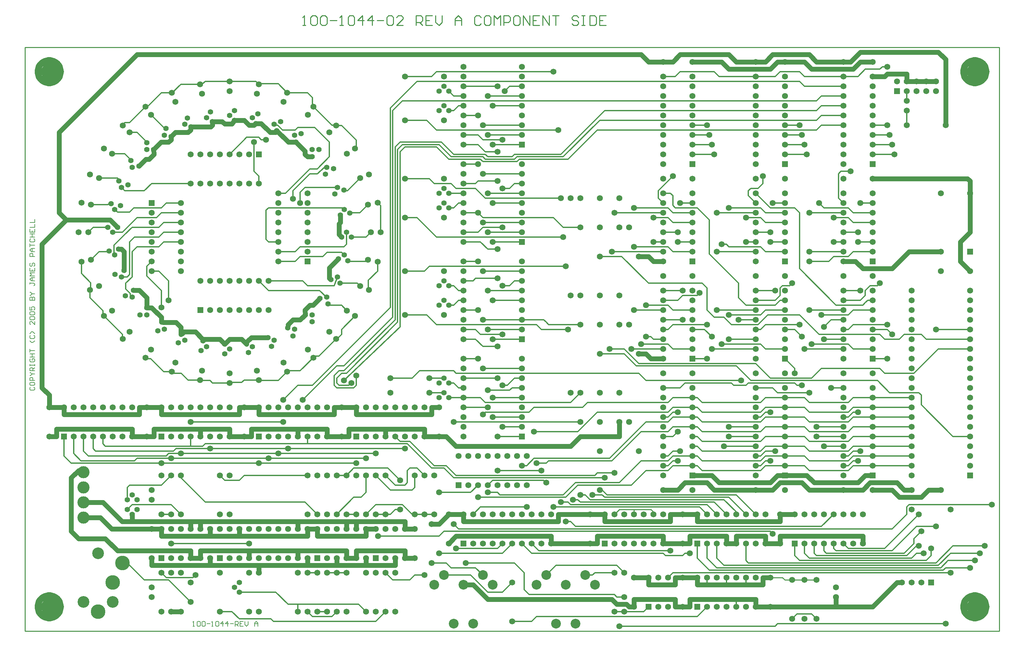
<source format=gtl>
*%FSLAX23Y23*%
*%MOIN*%
G01*
%ADD11C,0.007*%
%ADD12C,0.008*%
%ADD13C,0.010*%
%ADD14C,0.012*%
%ADD15C,0.020*%
%ADD16C,0.032*%
%ADD17C,0.032*%
%ADD18C,0.036*%
%ADD19C,0.036*%
%ADD20C,0.042*%
%ADD21C,0.050*%
%ADD22C,0.050*%
%ADD23C,0.052*%
%ADD24C,0.052*%
%ADD25C,0.055*%
%ADD26C,0.055*%
%ADD27C,0.056*%
%ADD28C,0.056*%
%ADD29C,0.060*%
%ADD30C,0.061*%
%ADD31C,0.061*%
%ADD32C,0.062*%
%ADD33C,0.062*%
%ADD34C,0.066*%
%ADD35C,0.068*%
%ADD36C,0.068*%
%ADD37C,0.070*%
%ADD38C,0.080*%
%ADD39C,0.090*%
%ADD40C,0.095*%
%ADD41C,0.100*%
%ADD42C,0.106*%
%ADD43C,0.115*%
%ADD44C,0.120*%
%ADD45C,0.125*%
%ADD46C,0.126*%
%ADD47C,0.131*%
%ADD48C,0.140*%
%ADD49C,0.150*%
%ADD50C,0.156*%
%ADD51C,0.160*%
%ADD52C,0.250*%
%ADD53R,0.062X0.062*%
%ADD54R,0.068X0.068*%
D12*
X4849Y7288D02*
X4857Y7296D01*
X4849Y7288D02*
Y7271D01*
X4857Y7263D01*
X4891D01*
X4899Y7271D01*
Y7288D01*
X4891Y7296D01*
X4849Y7321D02*
Y7338D01*
Y7321D02*
X4857Y7313D01*
X4891D01*
X4899Y7321D01*
Y7338D01*
X4891Y7346D01*
X4857D01*
X4849Y7338D01*
Y7363D02*
X4899D01*
X4849D02*
Y7388D01*
X4857Y7396D01*
X4874D01*
X4882Y7388D01*
Y7363D01*
X4857Y7413D02*
X4849D01*
X4857D02*
X4874Y7430D01*
X4857Y7446D01*
X4849D01*
X4874Y7430D02*
X4899D01*
Y7463D02*
X4849D01*
Y7488D01*
X4857Y7496D01*
X4874D01*
X4882Y7488D01*
Y7463D01*
Y7480D02*
X4899Y7496D01*
X4849Y7513D02*
Y7530D01*
Y7521D01*
X4899D01*
Y7513D01*
Y7530D01*
X4849Y7580D02*
X4857Y7588D01*
X4849Y7580D02*
Y7563D01*
X4857Y7555D01*
X4891D01*
X4899Y7563D01*
Y7580D01*
X4891Y7588D01*
X4874D01*
Y7571D01*
X4849Y7605D02*
X4899D01*
X4874D01*
Y7638D01*
X4849D01*
X4899D01*
X4849Y7655D02*
Y7688D01*
Y7671D01*
X4899D01*
X4882Y7755D02*
X4899Y7771D01*
X4882Y7755D02*
X4866D01*
X4849Y7771D01*
Y7821D02*
X4857Y7829D01*
X4849Y7821D02*
Y7804D01*
X4857Y7796D01*
X4891D01*
X4899Y7804D01*
Y7821D01*
X4891Y7829D01*
X4899Y7846D02*
X4882Y7863D01*
X4866D01*
X4849Y7846D01*
X4899Y7938D02*
Y7971D01*
Y7938D02*
X4866Y7971D01*
X4857D01*
X4849Y7963D01*
Y7946D01*
X4857Y7938D01*
Y7988D02*
X4849Y7996D01*
Y8013D01*
X4857Y8021D01*
X4891D01*
X4899Y8013D01*
Y7996D01*
X4891Y7988D01*
X4857D01*
Y8038D02*
X4849Y8046D01*
Y8063D01*
X4857Y8071D01*
X4891D01*
X4899Y8063D01*
Y8046D01*
X4891Y8038D01*
X4857D01*
X4849Y8088D02*
Y8121D01*
Y8088D02*
X4874D01*
X4866Y8104D01*
Y8113D01*
X4874Y8121D01*
X4891D01*
X4899Y8113D01*
Y8096D01*
X4891Y8088D01*
X4899Y8188D02*
X4849D01*
X4899D02*
Y8213D01*
X4891Y8221D01*
X4882D01*
X4874Y8213D01*
Y8188D01*
X4875D01*
X4874D02*
X4875D01*
X4874D02*
X4875D01*
X4874D02*
Y8213D01*
X4866Y8221D01*
X4857D01*
X4849Y8213D01*
Y8188D01*
Y8238D02*
X4857D01*
X4874Y8254D01*
X4857Y8271D01*
X4849D01*
X4874Y8254D02*
X4899D01*
X4849Y8354D02*
Y8371D01*
Y8363D02*
Y8354D01*
Y8363D02*
X4891D01*
X4899Y8354D01*
Y8346D01*
X4891Y8338D01*
X4899Y8388D02*
X4866D01*
X4849Y8404D01*
X4866Y8421D01*
X4899D01*
X4874D01*
Y8388D01*
X4899Y8438D02*
X4849D01*
X4866Y8454D01*
X4849Y8471D01*
X4899D01*
X4849Y8488D02*
Y8521D01*
Y8488D02*
X4899D01*
Y8521D01*
X4874Y8504D02*
Y8488D01*
X4849Y8563D02*
X4857Y8571D01*
X4849Y8563D02*
Y8546D01*
X4857Y8538D01*
X4866D01*
X4874Y8546D01*
Y8563D01*
X4882Y8571D01*
X4891D01*
X4899Y8563D01*
Y8546D01*
X4891Y8538D01*
X4899Y8638D02*
X4849D01*
Y8663D01*
X4857Y8671D01*
X4874D01*
X4882Y8663D01*
Y8638D01*
X4899Y8688D02*
X4866D01*
X4849Y8704D01*
X4866Y8721D01*
X4899D01*
X4874D01*
Y8688D01*
X4849Y8738D02*
Y8771D01*
Y8754D01*
X4899D01*
X4849Y8812D02*
X4857Y8821D01*
X4849Y8812D02*
Y8796D01*
X4857Y8788D01*
X4891D01*
X4899Y8796D01*
Y8812D01*
X4891Y8821D01*
X4899Y8837D02*
X4849D01*
X4874D02*
X4899D01*
X4874D02*
Y8871D01*
X4849D01*
X4899D01*
X4849Y8887D02*
Y8921D01*
Y8887D02*
X4899D01*
Y8921D01*
X4874Y8904D02*
Y8887D01*
X4849Y8937D02*
X4899D01*
Y8971D01*
Y8987D02*
X4849D01*
X4899D02*
Y9021D01*
X6524Y4838D02*
X6541D01*
X6532D01*
Y4888D01*
X6533D01*
X6532D02*
X6524Y4880D01*
X6566D02*
X6574Y4888D01*
X6591D01*
X6599Y4880D01*
Y4846D01*
X6591Y4838D01*
X6574D01*
X6566Y4846D01*
Y4880D01*
X6616D02*
X6624Y4888D01*
X6641D01*
X6649Y4880D01*
Y4846D01*
X6641Y4838D01*
X6624D01*
X6616Y4846D01*
Y4880D01*
X6666Y4863D02*
X6699D01*
X6716Y4838D02*
X6732D01*
X6724D01*
Y4888D01*
X6725D01*
X6724D02*
X6716Y4880D01*
X6757D02*
X6766Y4888D01*
X6782D01*
X6791Y4880D01*
Y4846D01*
X6782Y4838D01*
X6766D01*
X6757Y4846D01*
Y4880D01*
X6832Y4888D02*
Y4838D01*
X6807Y4863D02*
X6832Y4888D01*
X6841Y4863D02*
X6807D01*
X6882Y4838D02*
Y4888D01*
X6857Y4863D01*
X6891D01*
X6907D02*
X6941D01*
X6957Y4838D02*
Y4888D01*
X6982D01*
X6991Y4880D01*
Y4863D01*
X6982Y4855D01*
X6957D01*
X6974D02*
X6991Y4838D01*
X7007Y4888D02*
X7040D01*
X7007D02*
Y4838D01*
X7040D01*
X7024Y4863D02*
X7007D01*
X7057Y4855D02*
Y4888D01*
Y4855D02*
X7074Y4838D01*
X7090Y4855D01*
Y4888D01*
X7157Y4871D02*
Y4838D01*
Y4871D02*
X7174Y4888D01*
X7190Y4871D01*
Y4838D01*
Y4863D01*
X7157D01*
D13*
X12599Y5313D02*
X12674D01*
X12799D01*
X12924D01*
X12574Y5338D02*
X12449D01*
X11224Y6038D02*
X11049D01*
X10899D01*
X10849Y5988D01*
X11049D02*
Y6038D01*
X11224D02*
X11249Y6013D01*
Y5988D01*
X12574Y5338D02*
X12599Y5313D01*
X7682Y11013D02*
X7649D01*
X7666D02*
X7682D01*
X7666D02*
Y11113D01*
X7667D01*
X7666D02*
X7649Y11096D01*
X7732D02*
X7749Y11113D01*
X7782D01*
X7799Y11096D01*
Y11030D01*
X7782Y11013D01*
X7749D01*
X7732Y11030D01*
Y11096D01*
X7832D02*
X7849Y11113D01*
X7882D01*
X7899Y11096D01*
Y11030D01*
X7882Y11013D01*
X7849D01*
X7832Y11030D01*
Y11096D01*
X7932Y11063D02*
X7999D01*
X8032Y11013D02*
X8066D01*
X8049D01*
Y11113D01*
X8050D01*
X8049D02*
X8032Y11096D01*
X8116D02*
X8132Y11113D01*
X8166D01*
X8182Y11096D01*
Y11030D01*
X8166Y11013D01*
X8132D01*
X8116Y11030D01*
Y11096D01*
X8265Y11113D02*
Y11013D01*
X8215Y11063D02*
X8265Y11113D01*
X8282Y11063D02*
X8215D01*
X8365Y11013D02*
Y11113D01*
X8315Y11063D01*
X8382D01*
X8415D02*
X8482D01*
X8515Y11096D02*
X8532Y11113D01*
X8565D01*
X8582Y11096D01*
Y11030D01*
X8565Y11013D01*
X8532D01*
X8515Y11030D01*
Y11096D01*
X8615Y11013D02*
X8682D01*
X8615D02*
X8682Y11080D01*
Y11096D01*
X8665Y11113D01*
X8632D01*
X8615Y11096D01*
X8815Y11113D02*
Y11013D01*
Y11113D02*
X8865D01*
X8882Y11096D01*
Y11063D01*
X8865Y11046D01*
X8815D01*
X8849D02*
X8882Y11013D01*
X8915Y11113D02*
X8982D01*
X8915D02*
Y11013D01*
X8982D01*
X8949Y11063D02*
X8915D01*
X9015Y11046D02*
Y11113D01*
Y11046D02*
X9049Y11013D01*
X9082Y11046D01*
Y11113D01*
X9215Y11080D02*
Y11013D01*
Y11080D02*
X9248Y11113D01*
X9282Y11080D01*
Y11013D01*
Y11063D01*
X9215D01*
X9465Y11113D02*
X9482Y11096D01*
X9465Y11113D02*
X9432D01*
X9415Y11096D01*
Y11030D01*
X9432Y11013D01*
X9465D01*
X9482Y11030D01*
X9532Y11113D02*
X9565D01*
X9532D02*
X9515Y11096D01*
Y11030D01*
X9532Y11013D01*
X9565D01*
X9582Y11030D01*
Y11096D01*
X9565Y11113D01*
X9615D02*
Y11013D01*
X9648Y11080D02*
X9615Y11113D01*
X9648Y11080D02*
X9682Y11113D01*
Y11013D01*
X9715D02*
Y11113D01*
X9765D01*
X9782Y11096D01*
Y11063D01*
X9765Y11046D01*
X9715D01*
X9832Y11113D02*
X9865D01*
X9832D02*
X9815Y11096D01*
Y11030D01*
X9832Y11013D01*
X9865D01*
X9882Y11030D01*
Y11096D01*
X9865Y11113D01*
X9915D02*
Y11013D01*
X9982D02*
X9915Y11113D01*
X9982D02*
Y11013D01*
X10015Y11113D02*
X10082D01*
X10015D02*
Y11013D01*
X10082D01*
X10048Y11063D02*
X10015D01*
X10115Y11013D02*
Y11113D01*
X10182Y11013D01*
Y11113D01*
X10215D02*
X10281D01*
X10248D01*
Y11013D01*
X10465Y11113D02*
X10481Y11096D01*
X10465Y11113D02*
X10431D01*
X10415Y11096D01*
Y11080D01*
X10431Y11063D01*
X10465D01*
X10481Y11046D01*
Y11030D01*
X10465Y11013D01*
X10431D01*
X10415Y11030D01*
X10515Y11113D02*
X10548D01*
X10531D01*
Y11013D01*
X10515D01*
X10548D01*
X10598D02*
Y11113D01*
Y11013D02*
X10648D01*
X10665Y11030D01*
Y11096D01*
X10648Y11113D01*
X10598D01*
X10698D02*
X10765D01*
X10698D02*
Y11013D01*
X10765D01*
X10731Y11063D02*
X10698D01*
X4799Y10788D02*
Y4788D01*
X14799D02*
Y10788D01*
X4799D01*
Y4788D02*
X14799D01*
D14*
X8174Y6163D02*
X7999Y5988D01*
X8524Y6463D02*
X8649Y6338D01*
X8549Y6238D02*
X8399Y6388D01*
X7799Y5988D02*
X7674Y6113D01*
X6649D02*
X6399Y6363D01*
X8074Y7363D02*
X8649Y7913D01*
X10949Y7688D02*
X11099Y7538D01*
X11074Y7513D02*
X10949Y7638D01*
X12299Y7538D02*
X12449Y7388D01*
X9199Y9688D02*
X9074Y9813D01*
X9049Y9788D02*
X9174Y9663D01*
X9149Y9638D02*
X9024Y9763D01*
X12099Y7513D02*
X12249Y7363D01*
X13549D02*
X13674Y7238D01*
X13999Y7113D02*
X14324Y6788D01*
X11199Y8363D02*
X10924Y8638D01*
X12749Y8038D02*
X12949Y7838D01*
X11699Y5538D02*
X11824Y5413D01*
X7499Y5063D02*
X7374Y5188D01*
X6499Y5088D02*
X6274Y5313D01*
X6024D02*
X5849Y5488D01*
X8749Y6738D02*
X8999Y6488D01*
X8974Y6463D02*
X8724Y6713D01*
X6199Y8288D02*
X6049Y8438D01*
X5599Y8081D02*
X5467Y8213D01*
X5610Y8027D02*
X5799Y7838D01*
X7799Y9938D02*
X7924Y9813D01*
X6092Y7588D02*
X6224Y7456D01*
X8199Y9834D02*
X8049Y9984D01*
X7949Y9988D02*
X7760Y10177D01*
X6224Y9963D02*
X6093Y10094D01*
X11699Y9138D02*
X11824Y9013D01*
Y8663D02*
X12124Y8363D01*
X12749Y8513D02*
X13124Y8138D01*
X12449Y9138D02*
X12299Y9288D01*
X11874Y6113D02*
X11999Y5988D01*
X9024Y8838D02*
X8824Y9038D01*
X11974Y6138D02*
X12099Y6013D01*
X12199Y5988D02*
X12024Y6163D01*
X12099Y6188D02*
X12299Y5988D01*
X9549Y5188D02*
X9374Y5363D01*
X12974Y5863D02*
X13099Y5988D01*
X13924Y7438D02*
X14174Y7688D01*
X8824Y10438D02*
X8549Y10163D01*
Y8113D02*
X7749Y7313D01*
X7599D02*
X7449Y7163D01*
X7649D02*
X7999Y7513D01*
X8074D02*
X8574Y8013D01*
X10299Y9688D02*
X10749Y10138D01*
X8599Y7988D02*
X8074Y7463D01*
X8099Y7438D02*
X8624Y7963D01*
X10324Y9663D02*
X10699Y10038D01*
X10674Y9938D02*
X10374Y9638D01*
X13849Y5988D02*
X13699Y5838D01*
X13624Y5638D02*
X13974Y5988D01*
X13949Y5863D02*
X13699Y5613D01*
X14149Y5488D02*
X14324Y5663D01*
X14299Y5588D02*
X14174Y5463D01*
X5949Y9038D02*
X5799Y8888D01*
X7549Y9313D02*
X7724Y9488D01*
X7799Y9538D02*
X7924Y9663D01*
X7724Y9538D02*
X7474Y9288D01*
X7049Y9838D02*
X6899Y9688D01*
X6038Y10177D02*
X5874Y10013D01*
X7760Y7599D02*
X7624Y7463D01*
X7816Y7613D02*
X7995Y7792D01*
X8049Y7888D02*
X8188Y8027D01*
X8109Y9313D02*
X8239Y9443D01*
X6199Y10320D02*
X6067Y10188D01*
X10474Y6838D02*
X10674Y7038D01*
X10799Y6563D02*
X11174Y6938D01*
X11124Y6838D02*
X10824Y6538D01*
X10899Y6313D02*
X11124Y6538D01*
X10449Y6313D02*
X10324Y6188D01*
X11024Y6288D02*
X11174Y6438D01*
X10474Y6288D02*
X10349Y6163D01*
X5299Y6613D02*
Y6788D01*
X5199D02*
Y6588D01*
X5299Y6613D02*
X5374Y6538D01*
X5274Y6513D02*
X5199Y6588D01*
X5499Y6663D02*
Y6788D01*
X5399D02*
Y6638D01*
X5379Y8463D02*
Y8586D01*
X5474Y8368D02*
Y8288D01*
X5467Y8295D02*
Y8213D01*
X5499Y6663D02*
X5524Y6638D01*
X5449Y6588D02*
X5399Y6638D01*
X5474Y8368D02*
X5379Y8463D01*
X5477Y8605D02*
X5560Y8688D01*
X5449Y8888D02*
X5499Y8938D01*
X5599Y6788D02*
Y6713D01*
X5714Y8678D02*
Y8753D01*
X5599Y8081D02*
Y8013D01*
X5724Y8663D02*
X5714Y8678D01*
X5674Y8688D02*
X5663Y8693D01*
X5683Y9181D02*
X5674Y9188D01*
X5599Y6713D02*
X5624Y6688D01*
X5749Y9095D02*
X5722Y9122D01*
X5774Y9418D02*
X5749Y9443D01*
X5724Y8763D02*
X5714Y8753D01*
X5724Y8763D02*
X5824Y8863D01*
X5649Y9171D02*
X5666Y9188D01*
X12524Y4863D02*
X14249D01*
X12499Y4838D02*
X10899D01*
X7949Y4938D02*
X7749D01*
X10049D02*
X11699D01*
X9999Y4888D02*
X9799D01*
X8399D02*
X7349D01*
X7324Y4913D02*
X6999D01*
X5849Y6138D02*
Y6263D01*
X5799Y7788D02*
Y7838D01*
X5899Y8427D02*
Y8688D01*
X5874Y8788D02*
Y8454D01*
X5879Y8258D02*
Y8243D01*
X5799Y9338D02*
X5790Y9347D01*
X5763Y9413D02*
X5774Y9418D01*
X5887Y9624D02*
X5899Y9619D01*
X5879Y8243D02*
X5901Y8221D01*
X5834Y8303D02*
X5835Y8363D01*
X5824Y9313D02*
X5799Y9338D01*
X5803Y9984D02*
X5799Y9988D01*
X5824Y9694D02*
X5899Y9619D01*
X6049Y9813D02*
X5949Y9913D01*
X5834Y8303D02*
X5879Y8258D01*
X5899Y6088D02*
X5849Y6038D01*
Y6263D02*
X5874Y6288D01*
X5924Y6538D02*
X5949Y6563D01*
X5899Y8688D02*
X5949Y8738D01*
X5899Y8427D02*
X5835Y8363D01*
X5899Y8813D02*
X5924Y8838D01*
X5899Y8813D02*
X5874Y8788D01*
Y8454D02*
X5849Y8429D01*
X5824Y8863D02*
X5899Y8938D01*
X5874Y9095D02*
X5917Y9138D01*
X5799Y9988D02*
X5824Y10013D01*
X7599Y5063D02*
X8224D01*
X12724Y4963D02*
X12874D01*
X7899Y4988D02*
X7799D01*
X7499Y5063D02*
X8224D01*
X10849Y4988D02*
X10949D01*
X11149D01*
X6924D02*
X6799D01*
X6049Y8438D02*
Y8538D01*
X6024Y7613D02*
Y7588D01*
X6038Y10177D02*
X6049Y10188D01*
X6038Y7599D02*
X6049Y7588D01*
X6050Y9807D02*
X6049Y9813D01*
X6024Y7613D02*
X6049Y7588D01*
Y8538D02*
X6099Y8588D01*
X6024Y9313D02*
X6099Y9388D01*
X10874Y5138D02*
X10949D01*
X8749Y5313D02*
X8574D01*
X7374Y5188D02*
X6999D01*
X6274Y5313D02*
X6024D01*
X9974Y5163D02*
X10849D01*
X9699Y5188D02*
X9549D01*
X6274Y8188D02*
Y8388D01*
X6199Y8288D02*
Y8113D01*
X6249Y9938D02*
Y9963D01*
Y9938D02*
Y9938D01*
X6299Y7463D02*
X6306Y7456D01*
X6246Y9955D02*
X6249Y9963D01*
X6304Y10313D02*
X6306Y10320D01*
X6199Y5388D02*
X6249Y5338D01*
X6399Y5988D02*
X6299Y6088D01*
X6274Y8388D02*
X6174Y8488D01*
X6299Y7463D02*
X6324Y7438D01*
X6249Y9938D02*
X6224Y9963D01*
X6299Y6388D02*
X6199Y6288D01*
X6324Y6638D02*
X6349Y6663D01*
X6274Y6613D02*
X6249Y6588D01*
X6174Y8738D02*
X6224Y8788D01*
X6174Y8838D02*
X6224Y8888D01*
X6174Y8938D02*
X6224Y8988D01*
X6149Y9038D02*
X6199Y9088D01*
Y9138D02*
X6249Y9188D01*
X6304Y10313D02*
X6399Y10408D01*
X6524Y5338D02*
X6249D01*
X12749Y5513D02*
X14049D01*
X14174Y5463D02*
X11974D01*
X12224Y5488D02*
X14149D01*
X14274Y5513D02*
X14549D01*
X14199Y5438D02*
X11899D01*
X11824Y5413D02*
X14224D01*
X14249Y5438D02*
X14499D01*
X14299Y5388D02*
X11449D01*
X8899Y5363D02*
X8799D01*
X7999Y5388D02*
X7899D01*
X7999D02*
X8099D01*
X7799D02*
X7699D01*
X5799Y5488D02*
X5774D01*
X5849D01*
X10249Y5463D02*
X10874D01*
X10849Y5388D02*
X10649D01*
X10624Y5363D02*
X10549D01*
X9824Y5488D02*
X9324D01*
X9424Y5438D02*
X9174D01*
X9124Y5488D02*
X8974D01*
X9099Y5363D02*
X9374D01*
X6399Y6363D02*
Y6388D01*
X6499Y6688D02*
Y6788D01*
X6474Y7368D02*
X6404Y7438D01*
X6549Y5363D02*
X6524Y5338D01*
X10074Y5613D02*
X11424D01*
X9699Y5588D02*
X9049D01*
X9224Y5638D02*
X9649D01*
X13249D02*
X13624D01*
X13699Y5613D02*
X13124D01*
X13024Y5588D02*
X13824D01*
X13949Y5663D02*
X13974D01*
X13849Y5563D02*
X12924D01*
X12849Y5538D02*
X13899D01*
X13949Y5588D02*
X14024D01*
X14324Y5663D02*
X14649D01*
X14599Y5588D02*
X14299D01*
X7099Y5688D02*
X6299D01*
X11574Y5588D02*
X11624D01*
X11549Y5563D02*
X11374D01*
X11349Y5588D02*
X9999D01*
X6599Y7363D02*
X6597Y7368D01*
Y10408D02*
X6599Y10413D01*
X6699Y7363D02*
X6724Y7338D01*
X6649Y6713D02*
X6624Y6688D01*
Y10413D02*
X6649Y10438D01*
X10349Y5913D02*
X10399D01*
X10449Y5863D02*
X12974D01*
X13699Y5838D02*
X9249D01*
X9099Y5813D02*
X12449D01*
X13949Y5863D02*
X14149D01*
X9049Y5763D02*
X8424D01*
X6899Y7338D02*
Y7343D01*
X6799Y6388D02*
X6849Y6338D01*
X6924Y4988D02*
X6999Y4913D01*
X8099Y5988D02*
X8199D01*
X7674Y6113D02*
X6649D01*
X13874Y6088D02*
X14724D01*
X6299D02*
X5899D01*
X6199Y5988D02*
X6299D01*
X8774D02*
X8799D01*
X8899D01*
X8674Y6088D02*
X8399D01*
Y5988D02*
X8499D01*
X8549D01*
X8899D02*
X8999D01*
X8649Y6038D02*
X8599D01*
X9474Y6063D02*
X9949D01*
X10224D02*
X11724D01*
X10374Y6113D02*
X10299D01*
X10399Y6088D02*
X11799D01*
X11874Y6113D02*
X10499D01*
X7049Y9838D02*
X7074Y9863D01*
X7049Y7368D02*
X7024Y7343D01*
X7049Y6388D02*
X6999Y6338D01*
X8174Y6163D02*
X8249D01*
X8599Y6288D02*
X8699D01*
X8774Y6238D02*
X8549D01*
X9049Y6213D02*
X9374D01*
X6199Y6288D02*
X5874D01*
X9549Y6213D02*
X9649D01*
X9674Y6188D02*
X10324D01*
X10349Y6163D02*
X9449D01*
X10424Y6138D02*
X10474D01*
X10499Y6188D02*
X10549D01*
X10599Y6138D02*
X11974D01*
X10724Y6188D02*
X10624D01*
X10749Y6163D02*
X12024D01*
X12099Y6188D02*
X10774D01*
X10724Y6238D02*
X10699D01*
X10474Y6288D02*
X11024D01*
X7199Y9388D02*
Y9463D01*
X7149Y9513D02*
Y9813D01*
X7274Y9113D02*
Y8813D01*
X7201Y7368D02*
X7199Y7363D01*
X7201Y10408D02*
X7199Y10413D01*
Y9863D02*
X7224Y9838D01*
X7149Y9513D02*
X7199Y9463D01*
X7274Y8813D02*
X7299Y8788D01*
X7199Y8388D02*
X7299Y8288D01*
X7201Y10408D02*
X7172Y10438D01*
X7299Y9138D02*
X7274Y9113D01*
X7999Y6388D02*
X8099D01*
X8174Y6463D02*
X8524D01*
X8749D02*
X8824D01*
X8999Y6488D02*
X9124D01*
X9224Y6388D02*
X10649D01*
X10674Y6413D02*
X10849D01*
X10749Y6363D02*
X9199D01*
X9099Y6463D02*
X8974D01*
X12399Y6488D02*
X12599D01*
X12799D01*
X12349Y6438D02*
X11749D01*
X13499Y6488D02*
X13899D01*
X11399Y6438D02*
X11174D01*
X11649Y6488D02*
X11699D01*
X11649D02*
X11449D01*
X10099Y6438D02*
X9649D01*
X9599Y6338D02*
X10124D01*
X9949Y6488D02*
X9899D01*
X11349D02*
X11399D01*
X12299D02*
X12349D01*
X13299D02*
X13499D01*
X13249Y6438D02*
X12849D01*
X13199Y6488D02*
X13249D01*
X10899Y6313D02*
X10449D01*
X6999Y6338D02*
X6849D01*
X7049Y6388D02*
X7699D01*
X7492Y7456D02*
X7499Y7463D01*
X7367Y9988D02*
X7358Y9997D01*
X7492Y10320D02*
X7399Y10413D01*
X7394Y9988D02*
X7444Y9938D01*
X7492Y7456D02*
X7399Y7363D01*
X7324Y4913D02*
X7349Y4888D01*
X6624Y6688D02*
X6499D01*
X5624D01*
X7499Y6663D02*
X8699D01*
X7499D02*
X6699D01*
X6349D01*
X6324Y6638D02*
X5524D01*
X7399Y6613D02*
X8399D01*
X7399D02*
X6399D01*
X6274D01*
X6249Y6588D02*
X5449D01*
X7299Y6563D02*
X8299D01*
X7299D02*
X6299D01*
X5949D01*
X5924Y6538D02*
X5374D01*
X7199Y6513D02*
X8199D01*
X7199D02*
X6199D01*
X5274D01*
X12399Y6588D02*
X12599D01*
X12799D01*
X12349Y6538D02*
X11749D01*
X12399Y6688D02*
X12599D01*
X12799D01*
X11674D02*
X11649D01*
X11674D02*
X11699D01*
X11749Y6638D02*
X12349D01*
X13499Y6688D02*
X13899D01*
Y6588D02*
X13499D01*
X11399Y6538D02*
X11124D01*
X11649Y6588D02*
X11699D01*
X11649D02*
X11449D01*
X10799Y6563D02*
X10024D01*
X10174Y6538D02*
X10824D01*
X10149Y6513D02*
X10049D01*
X11449Y6638D02*
X11524D01*
X11399Y6588D02*
X11349D01*
X11449Y6538D02*
X11499D01*
X11974Y6688D02*
X12299D01*
X12399Y6538D02*
X12449D01*
X12399Y6638D02*
X12499D01*
X12349Y6588D02*
X12299D01*
X13299Y6688D02*
X13499D01*
X13249Y6638D02*
X12849D01*
X13299Y6588D02*
X13499D01*
X13249Y6538D02*
X12849D01*
X12999Y6688D02*
X13199D01*
X13299Y6538D02*
X13349D01*
X13374Y6638D02*
X13299D01*
X13249Y6588D02*
X13199D01*
X7599Y5063D02*
Y4988D01*
X7624Y9188D02*
Y9297D01*
X7549Y9313D02*
Y9230D01*
X7699Y6788D02*
Y6713D01*
Y8338D02*
X7650Y8388D01*
X7699Y4988D02*
X7749Y4938D01*
Y10270D02*
X7699Y10320D01*
X7674Y9347D02*
X7624Y9297D01*
X7574Y9938D02*
X7599Y9963D01*
X7624Y8738D02*
X7574Y8688D01*
X7624Y8638D02*
X7574Y8588D01*
X14324Y6788D02*
X14499D01*
X8749Y6738D02*
X8649D01*
X8724Y6713D02*
X7699D01*
X6649D01*
X12399Y6788D02*
X12599D01*
X12799D01*
X11699D02*
X11649D01*
X11749Y6738D02*
X12349D01*
X12399Y6888D02*
X12599D01*
X12799D01*
X12349Y6838D02*
X11749D01*
X13499Y6888D02*
X13899D01*
Y6788D02*
X13499D01*
X10474Y6838D02*
X10024D01*
X11124D02*
X11399D01*
X11649Y6888D02*
X11699D01*
X11649D02*
X11449D01*
Y6788D02*
X11349D01*
X12024Y6888D02*
X12299D01*
Y6788D02*
X12024D01*
X12849Y6838D02*
X13249D01*
X13299Y6888D02*
X13499D01*
Y6788D02*
X13299D01*
X13249Y6738D02*
X12849D01*
X12924Y6888D02*
X13199D01*
Y6788D02*
X12924D01*
X9899Y6888D02*
X9699D01*
X9649Y6788D02*
X9899D01*
X7749Y10188D02*
Y10270D01*
X7874Y9555D02*
X7799Y9488D01*
X7897Y8221D02*
X7899Y8213D01*
X7760Y7599D02*
X7749Y7588D01*
X7760Y10177D02*
X7749Y10188D01*
X7899Y8163D02*
X7911Y8152D01*
X7799Y9938D02*
X7774Y9963D01*
X7824Y8288D02*
X7899Y8213D01*
Y8163D02*
X7924Y8138D01*
X7856Y8638D02*
X7899Y8681D01*
X7774Y7613D02*
X7749Y7588D01*
X7449Y6938D02*
X6499D01*
X9199D02*
X10499D01*
X12399Y6988D02*
X12599D01*
X12799D01*
X12349Y6938D02*
X11749D01*
X12399Y7088D02*
X12599D01*
X12799D01*
X12349Y7038D02*
X11749D01*
X13499Y7088D02*
X13899D01*
Y6988D02*
X13499D01*
X10524Y7088D02*
X10024D01*
X9974Y7038D02*
X9524D01*
X10674D02*
X11399D01*
X11649Y7088D02*
X11699D01*
X11649D02*
X11449D01*
X11399Y6938D02*
X11224D01*
X11174D01*
X11649Y6988D02*
X11699D01*
X11649D02*
X11449D01*
Y7038D02*
X11499D01*
X11399Y6988D02*
X11349D01*
X12399Y7038D02*
X12449D01*
X12349Y6988D02*
X12299D01*
X12849Y6938D02*
X13249D01*
X13299Y6988D02*
X13499D01*
Y7088D02*
X13299D01*
X13249Y7038D02*
X12849D01*
X13199Y6988D02*
X13249D01*
X13299Y7038D02*
X13349D01*
X9899Y6988D02*
X9599D01*
X9549Y7088D02*
X9299D01*
X7974Y7313D02*
Y7413D01*
X7999Y7388D02*
Y7338D01*
X7924Y9663D02*
Y9813D01*
X8099Y8888D02*
Y8763D01*
X8049Y7888D02*
Y7838D01*
X8174Y6463D02*
X8099Y6388D01*
X7974Y8338D02*
X8008Y8429D01*
X8074Y9313D02*
X8073Y9320D01*
X8035Y8363D02*
X8024Y8363D01*
X7974Y7313D02*
X7999Y7288D01*
X8024Y7313D02*
X7999Y7338D01*
X8076Y9122D02*
X8060Y9138D01*
X8049Y8681D02*
X8076Y8654D01*
X7995Y7792D02*
X7999Y7788D01*
X8105Y8082D02*
X8049Y8138D01*
X8024Y7463D02*
X7974Y7413D01*
X7999Y7388D02*
X8049Y7438D01*
X7999Y4988D02*
X7949Y4938D01*
X8074Y8738D02*
X8099Y8763D01*
X8049Y7838D02*
X7999Y7788D01*
X7995Y9984D02*
X7999Y9988D01*
Y7288D02*
X8174D01*
X11349D02*
X11524D01*
X12299D02*
X12474D01*
X12524Y7238D02*
X12849D01*
X13074Y7288D02*
X13199D01*
X13674Y7238D02*
X13974D01*
X9474Y7188D02*
X9299D01*
X9149D01*
X9524Y7138D02*
X10399D01*
X9299Y7288D02*
X9249D01*
X9099Y7238D02*
X8949D01*
X12399Y7188D02*
X12599D01*
X12799D01*
X12349Y7138D02*
X11749D01*
X13499Y7188D02*
X13899D01*
X11399Y7138D02*
X10574D01*
X11649Y7188D02*
X11699D01*
X11649D02*
X11449D01*
X13299D02*
X13499D01*
X13249Y7138D02*
X12849D01*
X9899Y7288D02*
X9799D01*
X9774Y7263D02*
X9549D01*
X9599Y7188D02*
X9899D01*
X8299Y6388D02*
Y6213D01*
X8199Y7313D02*
Y7413D01*
Y9738D02*
Y9834D01*
X8299Y6213D02*
X8249Y6163D01*
X8199Y9738D02*
X8188Y9749D01*
X8124Y9088D02*
X8135Y9083D01*
X8115Y8595D02*
X8124Y8588D01*
X8209Y8363D02*
X8239Y8333D01*
X8199Y7313D02*
X8174Y7288D01*
X8124Y7313D02*
X8149Y7338D01*
X8399Y6088D02*
X8299Y5988D01*
X8238Y9088D02*
X8321Y9171D01*
X8349Y8888D02*
X8299Y8838D01*
X8224Y5063D02*
X8299Y4988D01*
X12449Y7388D02*
X12874D01*
X13624Y7438D02*
X13924D01*
X7749Y7313D02*
X7599D01*
X8024Y7463D02*
X8074D01*
X8049Y7438D02*
X8099D01*
X8124Y7313D02*
X8024D01*
X12724D02*
X12774D01*
X12699Y7338D02*
X12224D01*
X12199Y7313D02*
X12074D01*
X12049Y7338D02*
X11574D01*
X12249Y7363D02*
X13549D01*
X9199Y7338D02*
X9149D01*
X9099Y7388D02*
X8949D01*
X6306Y7456D02*
X6224D01*
X6474Y7368D02*
X6597D01*
X6599Y7363D02*
X6699D01*
X6404Y7438D02*
X6324D01*
X6724Y7338D02*
X6899D01*
Y7343D02*
X7024D01*
X7049Y7368D02*
X7201D01*
X7199Y7363D02*
X7399D01*
X7499Y7463D02*
X7624D01*
X8849D02*
X9199D01*
X9224Y7438D02*
X11099D01*
X11174Y7363D02*
X11874D01*
X12149D01*
X8774Y7388D02*
X8549D01*
X9299D02*
X9649D01*
X9699Y7313D02*
X9749D01*
X9824Y7388D02*
X9899D01*
X8449Y8888D02*
Y9161D01*
X8419Y8586D02*
Y8488D01*
X8324Y8393D02*
Y8288D01*
X8449Y9161D02*
X8419Y9190D01*
Y8488D02*
X8324Y8393D01*
X8304Y8588D02*
X8321Y8605D01*
X8499Y4988D02*
X8399Y4888D01*
X11099Y7538D02*
X12299D01*
X12099Y7513D02*
X11074D01*
X10949Y7638D02*
X10699D01*
X12974Y7488D02*
X13574D01*
X8074Y7513D02*
X7999D01*
X6092Y7588D02*
X6024D01*
X7774Y7613D02*
X7816D01*
X11649Y7588D02*
X11799D01*
X13499D02*
X13649D01*
X9899Y7488D02*
X9499D01*
X9449Y7588D02*
X9299D01*
X8549Y8113D02*
Y10163D01*
X8599Y9763D02*
Y7988D01*
X8649Y7913D02*
Y9713D01*
X8624Y9738D02*
Y7963D01*
X8574Y8013D02*
Y10138D01*
X8499Y6388D02*
X8599Y6288D01*
X8499Y5388D02*
X8574Y5313D01*
X8649Y6738D02*
X8599Y6788D01*
X8674Y6088D02*
X8774Y5988D01*
X8599Y9763D02*
X8649Y9813D01*
X8674Y9788D02*
X8624Y9738D01*
X8649Y9713D02*
X8699Y9763D01*
X8599Y6038D02*
X8549Y5988D01*
X8574Y10138D02*
X8674Y10238D01*
X10799Y7688D02*
X10949D01*
X14174D02*
X14499D01*
Y7788D02*
X14049D01*
X13574Y7838D02*
X12949D01*
X13624Y7788D02*
X13774D01*
X13824Y7838D02*
X13999D01*
X11349Y7688D02*
X11024D01*
X11124Y7738D02*
X11399D01*
X11449Y7688D02*
X11649D01*
X11224Y7813D02*
X11174D01*
X11249Y7788D02*
X11349D01*
X11849Y7688D02*
X12299D01*
X12349Y7738D02*
X11949D01*
X12399Y7688D02*
X12599D01*
X12299Y7788D02*
X12024D01*
X12799Y7688D02*
X13199D01*
X13249Y7738D02*
X12874D01*
X13299Y7688D02*
X13499D01*
X13199Y7788D02*
X12999D01*
X9699Y7838D02*
X9474D01*
X9424Y7788D02*
X9299D01*
X9599D02*
X9899D01*
X9649Y7713D02*
X9499D01*
X8724Y6438D02*
Y6313D01*
X8799Y6263D02*
Y6388D01*
X8724Y6438D02*
X8749Y6463D01*
X8724Y6313D02*
X8699Y6288D01*
X8774Y6238D02*
X8799Y6263D01*
X8899Y6388D02*
X8824Y6463D01*
X8799Y5363D02*
X8749Y5313D01*
X8774Y7388D02*
X8849Y7463D01*
X11874Y8013D02*
X11974D01*
X12049Y7938D02*
X12324D01*
X12424Y8038D02*
X12499D01*
X12749D01*
X14149Y7888D02*
X14499D01*
X10124Y7988D02*
X9899D01*
X10174Y7938D02*
X10499D01*
X5624Y8038D02*
X5599D01*
X11449Y7938D02*
X11799D01*
X11399Y7888D02*
X11349D01*
X11649D02*
X11774D01*
X11549Y7988D02*
X11349D01*
X12124D02*
X12299D01*
X12399Y7938D02*
X12749D01*
X12349Y7888D02*
X12299D01*
X12599D02*
X12699D01*
X12349Y8038D02*
X12024D01*
X12974D02*
X13249D01*
X13299Y7938D02*
X13649D01*
X13249Y7888D02*
X13199D01*
X13499D02*
X13649D01*
X13199Y7988D02*
X13074D01*
X10049Y7938D02*
X9024D01*
X10099Y7888D02*
X10374D01*
X8924Y8038D02*
X8699D01*
X9299Y7888D02*
X9424D01*
X9549D02*
X9899D01*
Y7988D02*
X9499D01*
X9024Y9938D02*
X8924Y10038D01*
X8949Y9438D02*
X8999Y9388D01*
X8924Y8038D02*
X9024Y7938D01*
X8974Y10488D02*
X9024Y10538D01*
X8949Y8538D02*
X8899Y8488D01*
X9099Y5813D02*
X9049Y5763D01*
X9249Y8188D02*
X9299D01*
X9199Y8138D02*
X9149D01*
X8049D02*
X7924D01*
X11049Y8088D02*
X11349D01*
X11399Y8138D02*
X11174D01*
X11449Y8088D02*
X11649D01*
X11699Y8238D02*
X11549D01*
X11499Y8188D02*
X11349D01*
X11899Y8088D02*
X12299D01*
X12399D02*
X12599D01*
X12499Y8188D02*
X12299D01*
X12199Y8138D02*
X12474D01*
X12499D01*
X12549Y8188D02*
X12599D01*
X12849Y8088D02*
X13199D01*
X13299D02*
X13499D01*
X13374Y8188D02*
X13199D01*
X13124Y8138D02*
X13399D01*
X13449Y8188D02*
X13499D01*
X9899D02*
X9599D01*
X9449Y8088D02*
X9299D01*
X9199Y5888D02*
X9249Y5838D01*
X9224Y6388D02*
X9124Y6488D01*
X9099Y6463D02*
X9199Y6363D01*
X9249Y8288D02*
X9199Y8338D01*
Y7338D02*
X9249Y7288D01*
X9199Y10288D02*
X9149Y10338D01*
X9174Y9388D02*
X9224Y9338D01*
X9199Y7463D02*
X9224Y7438D01*
X9124Y5488D02*
X9174Y5438D01*
X9199Y8138D02*
X9249Y8188D01*
X9199Y9138D02*
X9249Y9188D01*
X9199Y10138D02*
X9249Y10188D01*
X11199Y8363D02*
X11749D01*
X9199Y8338D02*
X9149D01*
X9249Y8288D02*
X9299D01*
X5849Y8429D02*
X5790D01*
X7699Y8338D02*
X7974D01*
X7650Y8388D02*
X7299D01*
Y8288D02*
X7824D01*
X8024Y8363D02*
X8209D01*
X11349Y8288D02*
X11549D01*
X12299D02*
X12499D01*
X12574Y8338D02*
X12649D01*
X13199Y8288D02*
X13374D01*
X13474Y8338D02*
X13549D01*
X9399Y8388D02*
X9299D01*
X9424Y8413D02*
X9649D01*
X9824Y8388D02*
X9899D01*
X9774Y8338D02*
X9699D01*
X9549Y8288D02*
X9899D01*
X9474Y7188D02*
X9524Y7138D01*
X9499Y9038D02*
X9449Y9088D01*
X9524Y9238D02*
X9424Y9338D01*
X9499Y9613D02*
X9474Y9638D01*
X9424Y5438D02*
X9499Y5363D01*
X9374Y6213D02*
X9449Y6288D01*
X9474Y6063D02*
X9399Y5988D01*
Y8388D02*
X9424Y8413D01*
Y9388D02*
X9449Y9413D01*
X9499Y9838D02*
X9449Y9888D01*
X9424Y7888D02*
X9474Y7838D01*
X9424Y7788D02*
X9499Y7713D01*
X9549Y8713D02*
X9474Y8788D01*
X9524Y9713D02*
X9449Y9788D01*
X9499Y8938D02*
X9449Y8888D01*
X10699Y8638D02*
X10924D01*
X9449Y8588D02*
X9299D01*
X6174Y8488D02*
X6099D01*
X7399Y8588D02*
X7574D01*
X7624Y8638D02*
X7856D01*
X8124Y8588D02*
X8304D01*
X12849D02*
X13049D01*
X13099Y8638D02*
X13249D01*
X10349Y8538D02*
X8949D01*
X8899Y8488D02*
X8699D01*
X9499D02*
X9899D01*
X9649Y6213D02*
X9674Y6188D01*
X9524Y9638D02*
X9499Y9663D01*
X9524Y9688D02*
X9549Y9663D01*
X9699Y5688D02*
X9649Y5638D01*
X9549Y6288D02*
X9599Y6338D01*
X9499Y7013D02*
X9524Y7038D01*
X6399Y8788D02*
X6224D01*
X6174Y8738D02*
X5949D01*
X5924Y8838D02*
X6174D01*
X7624Y8738D02*
X8074D01*
X7399Y8788D02*
X7299D01*
X7399Y8688D02*
X7574D01*
X7899Y8681D02*
X8049D01*
X8149Y8838D02*
X8299D01*
X5674Y8688D02*
X5560D01*
X10824D02*
X11349D01*
X11399Y8738D02*
X11049D01*
X11449Y8688D02*
X11649D01*
X11349Y8788D02*
X11249D01*
X11499D02*
X11649D01*
X11899Y8688D02*
X12299D01*
X11999Y8763D02*
X11949D01*
X12024Y8738D02*
X12349D01*
X12399Y8688D02*
X12599D01*
X12299Y8788D02*
X12199D01*
X12449D02*
X12599D01*
X12849Y8688D02*
X13199D01*
X13299D02*
X13499D01*
Y8788D02*
X13349D01*
X13199D02*
X13099D01*
X10324Y8838D02*
X9024D01*
X9299Y8788D02*
X9474D01*
X9599D02*
X9899D01*
X9649Y8713D02*
X9549D01*
X9824Y5488D02*
X9924Y5388D01*
X9724Y10338D02*
X9774Y10388D01*
X9799Y5688D02*
X9699Y5588D01*
X9849Y9613D02*
X9874Y9638D01*
X9849Y9663D02*
X9824Y9638D01*
X9799Y9663D02*
X9824Y9688D01*
X9799Y7288D02*
X9774Y7263D01*
X9799Y5288D02*
X9699Y5188D01*
X9774Y9338D02*
X9824Y9388D01*
Y8388D02*
X9774Y8338D01*
X9824Y7388D02*
X9749Y7313D01*
X9499Y9038D02*
X10224D01*
X10324Y8938D02*
X10499D01*
X6399Y8888D02*
X6224D01*
Y8988D02*
X6399D01*
X6174Y8938D02*
X5899D01*
X5799Y8888D02*
X5699D01*
X5949Y9038D02*
X6149D01*
X5649Y8938D02*
X5499D01*
X11349Y8888D02*
X11499D01*
X11399Y9038D02*
X11249D01*
X11449Y8988D02*
X11649D01*
X12299Y8888D02*
X12449D01*
X12349Y9038D02*
X12199D01*
X12399Y8988D02*
X12599D01*
X13199Y8888D02*
X13349D01*
X13249Y9038D02*
X13099D01*
X13299Y8988D02*
X13499D01*
X8824Y9038D02*
X8699D01*
X9299Y8888D02*
X9449D01*
X9499Y8938D02*
X9699D01*
X9549Y8888D02*
X9899D01*
Y8988D02*
X9499D01*
X9924Y5388D02*
Y5213D01*
X9999Y5588D02*
X9899Y5688D01*
X9999D02*
X10074Y5613D01*
X10099Y7888D02*
X10049Y7938D01*
X9924Y5213D02*
X9974Y5163D01*
Y7038D02*
X10024Y7088D01*
Y6563D02*
X9949Y6488D01*
X10049Y4938D02*
X9999Y4888D01*
X9199Y9138D02*
X9149D01*
X9249Y9188D02*
X9299D01*
X6399Y9088D02*
X6199D01*
X6249Y9188D02*
X6399D01*
X6199Y9138D02*
X5917D01*
X5874Y9095D02*
X5749D01*
X7299Y9138D02*
X8060D01*
X8124Y9088D02*
X8238D01*
X5649Y9171D02*
X5477D01*
X5674Y9188D02*
X5699D01*
X5666D01*
X10849Y9088D02*
X11349D01*
X11399Y9138D02*
X11049D01*
X11449Y9088D02*
X11649D01*
Y9188D02*
X11524D01*
X11899Y9088D02*
X12299D01*
X12349Y9138D02*
X12024D01*
X12399Y9088D02*
X12599D01*
Y9188D02*
X12474D01*
X11699Y9138D02*
X11474D01*
X12849Y9088D02*
X13199D01*
X13249Y9138D02*
X12999D01*
X13299Y9088D02*
X13499D01*
Y9188D02*
X13374D01*
X12699Y9138D02*
X12449D01*
X10299Y9238D02*
X9524D01*
X9599Y9188D02*
X9899D01*
X9449Y9088D02*
X9299D01*
X10224Y9038D02*
X10324Y8938D01*
X10149Y7963D02*
X10174Y7938D01*
X10149Y7963D02*
X10124Y7988D01*
Y6338D02*
X10149Y6313D01*
Y6513D02*
X10174Y6538D01*
X10249Y5463D02*
X10149Y5363D01*
X9299Y9288D02*
X9149D01*
X8008Y9347D02*
X7674D01*
X7474Y9288D02*
X7399D01*
X6499Y9388D02*
X6099D01*
X6024Y9313D02*
X5824D01*
X8074D02*
X8109D01*
X12249Y9338D02*
X12324D01*
X11424Y9288D02*
X11349D01*
X9174Y9388D02*
X8999D01*
X9224Y9338D02*
X9424D01*
X8949Y9438D02*
X8699D01*
X9299Y9388D02*
X9424D01*
X9449Y9413D02*
X9649D01*
X9824Y9388D02*
X9899D01*
X9774Y9338D02*
X9699D01*
X9549Y9288D02*
X9899D01*
X10399Y5913D02*
X10449Y5863D01*
X10399Y6088D02*
X10374Y6113D01*
X10399Y7138D02*
X10499Y7238D01*
X9449Y9588D02*
X9299D01*
X7799Y9488D02*
X7724D01*
Y9538D02*
X7799D01*
X7874Y9555D02*
X7897D01*
X5749Y9443D02*
X5559D01*
X13174Y9513D02*
X13274D01*
X9849Y9613D02*
X9499D01*
Y9488D02*
X9899D01*
X10474Y6138D02*
X10499Y6113D01*
X10549Y6188D02*
X10599Y6138D01*
X10524Y7088D02*
X10574Y7138D01*
X10649Y5388D02*
X10624Y5363D01*
X9074Y9813D02*
X8649D01*
X8674Y9788D02*
X9049D01*
X9024Y9763D02*
X8699D01*
X5824Y9694D02*
X5693D01*
X11649Y9788D02*
X11849D01*
X11874Y9688D02*
X11649D01*
X12599Y9788D02*
X12799D01*
X12824Y9688D02*
X12599D01*
X13499Y9788D02*
X13699D01*
X13724Y9688D02*
X13499D01*
X9474Y9638D02*
X9149D01*
X9874D02*
X10374D01*
X10324Y9663D02*
X9849D01*
X9824Y9638D02*
X9524D01*
X9499Y9663D02*
X9174D01*
X9199Y9688D02*
X9524D01*
X9549Y9663D02*
X9799D01*
X9824Y9688D02*
X10299D01*
X9449Y9788D02*
X9299D01*
X9599D02*
X9899D01*
X9649Y9713D02*
X9524D01*
X10724Y6188D02*
X10749Y6163D01*
X10774Y6188D02*
X10724Y6238D01*
X10649Y6388D02*
X10674Y6413D01*
X12974Y9988D02*
X13199D01*
X12924Y9938D02*
X10674D01*
X7774Y9963D02*
X7599D01*
X7199Y9863D02*
X7074D01*
X7224Y9838D02*
X7274D01*
X5874Y10013D02*
X5824D01*
X7995Y9984D02*
X8049D01*
X7999Y9988D02*
X7949D01*
X5949Y9913D02*
X5874D01*
X11649Y9988D02*
X11799D01*
X11824Y9888D02*
X11649D01*
X12599Y9988D02*
X12749D01*
X12774Y9888D02*
X12599D01*
X13499Y9988D02*
X13649D01*
X13674Y9888D02*
X13499D01*
X10274Y9938D02*
X9024D01*
X7394Y9988D02*
X7367D01*
X7444Y9938D02*
X7574D01*
X9299Y9888D02*
X9449D01*
X9499Y9838D02*
X9699D01*
X9549Y9888D02*
X9899D01*
Y9988D02*
X9499D01*
X10849Y5163D02*
X10874Y5138D01*
X10949Y5388D02*
X10874Y5463D01*
X12974Y10188D02*
X13199D01*
X12924Y10138D02*
X10749D01*
X12974Y10088D02*
X13199D01*
X12924Y10038D02*
X10699D01*
X9899Y10188D02*
X9599D01*
X9449Y10088D02*
X9299D01*
X9199Y10138D02*
X9149D01*
X9249Y10188D02*
X9299D01*
X6067D02*
X6049D01*
X8699Y10038D02*
X8924D01*
X11224Y7813D02*
X11249Y7788D01*
X11099Y7438D02*
X11174Y7363D01*
X11199Y5038D02*
X11149Y4988D01*
X12799Y10388D02*
X13199D01*
Y10288D02*
X12974D01*
X9899Y10388D02*
X9774D01*
X9649D02*
X9299D01*
X9549Y10288D02*
X9899D01*
X9299D02*
X9199D01*
X6306Y10320D02*
X6199D01*
X6399Y10408D02*
X6597D01*
X6599Y10413D02*
X6624D01*
X7199D02*
X7399D01*
X7492Y10320D02*
X7699D01*
X8674Y10238D02*
X12924D01*
X11299Y9313D02*
Y9238D01*
X11399Y8738D02*
X11449Y8688D01*
Y9088D02*
X11399Y9138D01*
Y7738D02*
X11449Y7688D01*
Y8088D02*
X11399Y8138D01*
X11349Y5588D02*
X11374Y5563D01*
X11449Y8988D02*
X11399Y9038D01*
X11349Y9188D02*
X11299Y9238D01*
X11424Y9288D02*
X11449Y9263D01*
Y5388D02*
X11399Y5338D01*
Y6438D02*
X11449Y6488D01*
X11399Y6538D02*
X11449Y6588D01*
X11399Y7138D02*
X11449Y7188D01*
Y7088D02*
X11399Y7038D01*
X11449Y6988D02*
X11399Y6938D01*
X11449Y6888D02*
X11399Y6838D01*
Y9413D02*
X11449Y9463D01*
Y7938D02*
X11399Y7888D01*
X11449Y7038D02*
X11399Y6988D01*
X11449Y6638D02*
X11399Y6588D01*
X11449Y6538D02*
X11399Y6488D01*
X11299Y9313D02*
X11399Y9413D01*
X12749Y10438D02*
X8824D01*
X13199Y10488D02*
X13349D01*
X13199D02*
X12799D01*
X13424Y10563D02*
X13574D01*
X13599Y10588D02*
X13649D01*
X6899Y10438D02*
X6649D01*
X6899D02*
X7172D01*
X11524Y10538D02*
X11874D01*
X11474Y10488D02*
X11349D01*
X12549Y10538D02*
X12749D01*
X12299Y10488D02*
X11924D01*
X12299D02*
X12499D01*
X8974D02*
X8699D01*
X9024Y10538D02*
X10224D01*
X11449Y9263D02*
Y9163D01*
X11474Y9138D01*
X11574Y7338D02*
X11524Y7288D01*
X11574Y5588D02*
X11549Y5563D01*
X11499Y8188D02*
X11549Y8238D01*
X11474Y10488D02*
X11524Y10538D01*
X11499Y6838D02*
X11449Y6788D01*
X11799Y5338D02*
Y5263D01*
Y8088D02*
Y8313D01*
Y5688D02*
Y5538D01*
X11699D02*
Y5688D01*
X11799Y8313D02*
X11749Y8363D01*
X11799Y8088D02*
X11874Y8013D01*
X11799Y5538D02*
X11899Y5438D01*
X11749Y6438D02*
X11699Y6488D01*
X11749Y6538D02*
X11699Y6588D01*
X11749Y6638D02*
X11699Y6688D01*
X11749Y6738D02*
X11699Y6788D01*
X11749Y6838D02*
X11699Y6888D01*
X11749Y6938D02*
X11699Y6988D01*
X11749Y7038D02*
X11699Y7088D01*
X11749Y7138D02*
X11699Y7188D01*
X11849Y7813D02*
X11774Y7888D01*
X11724Y6063D02*
X11799Y5988D01*
Y6088D02*
X11899Y5988D01*
X11699Y8238D02*
X11724Y8263D01*
X11799Y5038D02*
X11699Y4938D01*
X11999Y5263D02*
Y5338D01*
X11899Y5538D02*
Y5688D01*
X11824Y8663D02*
Y9013D01*
X11974Y8013D02*
X12049Y7938D01*
X11899Y5538D02*
X11974Y5463D01*
X11924Y10488D02*
X11874Y10538D01*
X11999Y8763D02*
X12024Y8738D01*
X12099Y5113D02*
Y5038D01*
X12199Y5263D02*
Y5338D01*
Y5513D02*
Y5688D01*
X12124Y8213D02*
Y8363D01*
X12099Y6013D02*
Y5988D01*
X12074Y7313D02*
X12049Y7338D01*
X12199Y5513D02*
X12224Y5488D01*
X12199Y8138D02*
X12124Y8213D01*
X12224Y7338D02*
X12199Y7313D01*
X12374Y9388D02*
Y9463D01*
X12224Y9313D02*
Y9263D01*
X12349Y8738D02*
X12399Y8688D01*
Y9088D02*
X12349Y9138D01*
Y7738D02*
X12399Y7688D01*
X12299Y9188D02*
X12224Y9263D01*
X12349Y9038D02*
X12399Y8988D01*
X12424Y8038D02*
X12324Y7938D01*
X12399Y6488D02*
X12349Y6438D01*
Y6538D02*
X12399Y6588D01*
X12349Y6638D02*
X12399Y6688D01*
X12349Y6738D02*
X12399Y6788D01*
X12349Y6838D02*
X12399Y6888D01*
X12349Y6938D02*
X12399Y6988D01*
X12349Y7038D02*
X12399Y7088D01*
X12349Y7138D02*
X12399Y7188D01*
X12324Y9338D02*
X12374Y9388D01*
X12249Y9338D02*
X12224Y9313D01*
X12399Y7038D02*
X12349Y6988D01*
X12399Y6538D02*
X12349Y6488D01*
Y6588D02*
X12399Y6638D01*
X12349Y7888D02*
X12399Y7938D01*
X12349Y8038D02*
X12399Y8088D01*
X12549Y8238D02*
Y8313D01*
X12474Y7288D02*
X12524Y7238D01*
X12449Y5813D02*
X12474Y5788D01*
X12699Y7488D02*
X12599Y7588D01*
X12524Y4863D02*
X12499Y4838D01*
Y10488D02*
X12549Y10538D01*
X12574Y8338D02*
X12549Y8313D01*
Y8238D02*
X12499Y8188D01*
Y8138D02*
X12549Y8188D01*
X12799Y5688D02*
Y5588D01*
X12699Y5563D02*
Y5688D01*
Y7438D02*
Y7488D01*
X12749Y8513D02*
Y9088D01*
X12799Y10388D02*
X12749Y10438D01*
X12699Y7338D02*
X12724Y7313D01*
X12799Y5588D02*
X12849Y5538D01*
X12749Y5513D02*
X12699Y5563D01*
X12849Y7138D02*
X12799Y7188D01*
Y7088D02*
X12849Y7038D01*
X12799Y6988D02*
X12849Y6938D01*
X12799Y6888D02*
X12849Y6838D01*
X12799Y6788D02*
X12849Y6738D01*
X12799Y6688D02*
X12849Y6638D01*
X12799Y6588D02*
X12849Y6538D01*
X12799Y6488D02*
X12849Y6438D01*
X12799Y10488D02*
X12749Y10538D01*
X12699Y7888D02*
X12774Y7813D01*
X12749Y9088D02*
X12699Y9138D01*
X12724Y4963D02*
X12674Y4913D01*
X12649Y8338D02*
X12674Y8363D01*
X12899Y5688D02*
Y5588D01*
X12874Y4963D02*
X12924Y4913D01*
Y5563D02*
X12899Y5588D01*
X12999Y9138D02*
X12949Y9188D01*
X12974Y7488D02*
X12874Y7388D01*
X12924Y10238D02*
X12974Y10288D01*
Y10188D02*
X12924Y10138D01*
X12974Y10088D02*
X12924Y10038D01*
X12974Y9988D02*
X12924Y9938D01*
X13099Y5688D02*
Y5638D01*
X12999Y5613D02*
Y5688D01*
X13149Y9238D02*
Y9488D01*
X13099Y5638D02*
X13124Y5613D01*
X13024Y5588D02*
X12999Y5613D01*
X13199Y9188D02*
X13149Y9238D01*
X13099Y8638D02*
X13049Y8588D01*
X13149Y9488D02*
X13174Y9513D01*
X13074Y7988D02*
X12999Y7913D01*
X13199Y5688D02*
X13249Y5638D01*
X13299Y9088D02*
X13249Y9138D01*
Y7738D02*
X13299Y7688D01*
Y8988D02*
X13249Y9038D01*
X13349Y10488D02*
X13424Y10563D01*
X13299Y8688D02*
X13249Y8638D01*
X13299Y8088D02*
X13249Y8038D01*
X13299Y6988D02*
X13249Y6938D01*
X13299Y6888D02*
X13249Y6838D01*
X13299Y6788D02*
X13249Y6738D01*
X13299Y6688D02*
X13249Y6638D01*
X13299Y6588D02*
X13249Y6538D01*
X13299Y6488D02*
X13249Y6438D01*
Y7138D02*
X13299Y7188D01*
Y7088D02*
X13249Y7038D01*
Y6988D02*
X13299Y7038D01*
X13374Y8188D02*
X13424Y8238D01*
X13299Y7938D02*
X13249Y7888D01*
X13299Y6538D02*
X13249Y6488D01*
Y6588D02*
X13299Y6638D01*
X13424Y8238D02*
Y8288D01*
X13574Y7488D02*
X13624Y7438D01*
Y7788D02*
X13574Y7838D01*
Y10563D02*
X13599Y10588D01*
X13574Y8363D02*
X13549Y8338D01*
X13474D02*
X13424Y8288D01*
X13449Y8188D02*
X13424Y8163D01*
X13399Y8138D01*
X13649Y7888D02*
X13699Y7838D01*
X13774Y7788D02*
X13824Y7838D01*
X13849Y6063D02*
Y5988D01*
X13924Y5738D02*
Y5688D01*
X13849Y10238D02*
Y10338D01*
Y10138D02*
Y9988D01*
X13974Y7238D02*
X13999Y7213D01*
X13874Y6088D02*
X13849Y6063D01*
X13999Y5813D02*
X13924Y5738D01*
Y5688D02*
X13824Y5588D01*
X13849Y5563D02*
X13949Y5663D01*
Y5588D02*
X13899Y5538D01*
X13999Y7113D02*
Y7213D01*
X14099Y5638D02*
Y5563D01*
X14049Y7788D02*
X13999Y7838D01*
X14099Y5563D02*
X14049Y5513D01*
X14199Y5438D02*
X14274Y5513D01*
X14249Y5438D02*
X14224Y5413D01*
D22*
X6102Y8110D02*
X6050Y8110D01*
X5792Y8713D02*
X5761Y8713D01*
X7924Y8413D02*
X7942Y8402D01*
X7081Y7763D02*
X7074Y7750D01*
X7074Y7738D01*
X6626Y7770D02*
X6624Y7788D01*
X6413Y7845D02*
X6399Y7838D01*
X6219Y7960D02*
X6199Y7963D01*
X6050Y8110D02*
X6049Y8113D01*
X7674Y8088D02*
X7677Y8039D01*
X7499Y7938D02*
X7496Y7904D01*
X7574Y9813D02*
X7579Y9816D01*
X7699Y9663D02*
X7748Y9666D01*
X7374Y9913D02*
X7385Y9931D01*
X7172Y10006D02*
X7149Y9988D01*
X6949Y10038D02*
X6924Y10001D01*
X6505Y9970D02*
X6499Y9938D01*
X6302Y9872D02*
X6299Y9838D01*
X6121Y9737D02*
X6124Y9688D01*
X6724Y9988D02*
X6724Y10026D01*
X6724Y9988D02*
X6707Y9970D01*
X6574Y9970D01*
X14474Y9438D02*
X14499Y9413D01*
X10824Y5113D02*
X10874Y5063D01*
X10974D02*
X10999Y5038D01*
X13399Y8513D02*
X13324Y8588D01*
X14399D02*
X14499Y8488D01*
X6199Y8013D02*
X6102Y8110D01*
X5817Y8688D02*
X5792Y8713D01*
X5224Y9013D02*
X5149Y9088D01*
X5674Y9013D02*
X5749Y8938D01*
X8024Y8863D02*
X8049Y8838D01*
X11124Y10713D02*
X11199Y10638D01*
X5049Y7213D02*
X4974Y7288D01*
X7024Y7788D02*
X7074Y7738D01*
X6849D02*
X6799Y7788D01*
X6624D02*
X6549Y7863D01*
X6399Y7910D02*
X6349Y7960D01*
X6049Y8216D02*
X5974Y8291D01*
X7579Y9816D02*
X7674Y9722D01*
Y9688D02*
X7699Y9663D01*
X7504Y9813D02*
X7385Y9931D01*
X7317Y9913D02*
X7224Y10006D01*
X7099Y9988D02*
X7049Y10038D01*
X6849Y10001D02*
X6824Y10026D01*
X11949Y10638D02*
X12024Y10563D01*
X12799Y10638D02*
X12874Y10563D01*
X12099Y10638D02*
X12024Y10713D01*
X12849D02*
X12924Y10638D01*
X14174Y10738D02*
X14249Y10663D01*
X13749Y6313D02*
X13824Y6238D01*
X13774Y6163D02*
X13699Y6238D01*
X5349Y5738D02*
X5274Y5813D01*
X5624Y5738D02*
X5749Y5613D01*
X5690Y5838D02*
X5574Y5954D01*
X5599Y6110D02*
X5796Y5913D01*
X12824Y6388D02*
X12899Y6313D01*
X12849Y6238D02*
X12774Y6313D01*
X11874Y6238D02*
X11799Y6313D01*
X11849Y6388D02*
X11924Y6313D01*
X11249Y8588D02*
X11199Y8638D01*
X11174Y7638D02*
X11224Y7588D01*
X9224Y6688D02*
X9124Y6788D01*
X9399Y5263D02*
X9549Y5113D01*
X9049Y5888D02*
X9149Y5988D01*
X13699Y8513D02*
X13874Y8688D01*
X14399Y8788D02*
X14499Y8888D01*
X9224Y5763D02*
X9149Y5688D01*
X5224Y9013D02*
X4974Y8763D01*
X8024Y8975D02*
X8037Y8988D01*
X8017Y8615D02*
X7924Y8521D01*
X5949Y10713D02*
X5149Y9913D01*
X7124Y7806D02*
X7081Y7763D01*
X6899Y7788D02*
X6849Y7738D01*
X6644Y7788D02*
X6626Y7770D01*
X6431Y7863D02*
X6413Y7845D01*
X7625Y7988D02*
X7677Y8039D01*
X7549Y7988D02*
X7499Y7938D01*
X7758Y8138D02*
X7827Y8208D01*
X7724Y8138D02*
X7674Y8088D01*
X6302Y9872D02*
X6343Y9913D01*
X6474D02*
X6499Y9938D01*
X6198Y9813D02*
X6121Y9737D01*
X6274Y9813D02*
X6299Y9838D01*
X6040Y9638D02*
X5971Y9568D01*
X6074Y9638D02*
X6124Y9688D01*
X12449Y10563D02*
X12524Y10638D01*
X13299Y10563D02*
X13374Y10638D01*
X11524Y10713D02*
X11449Y10638D01*
X12399D02*
X12474Y10713D01*
X13274Y10638D02*
X13299Y10663D01*
X13374Y10738D01*
X13624Y10488D02*
X13649Y10513D01*
X13474Y6313D02*
X13399Y6238D01*
X13999Y6163D02*
X14074Y6238D01*
X13749Y5288D02*
X13499Y5038D01*
X5349Y6438D02*
X5274Y6363D01*
X13349Y6313D02*
X13424Y6388D01*
X12549Y6313D02*
X12474Y6238D01*
X11574Y6313D02*
X11499Y6238D01*
X12449Y6313D02*
X12524Y6388D01*
X10499Y6788D02*
X10399Y6688D01*
X4974Y7288D02*
Y8763D01*
X5149Y9088D02*
Y9913D01*
X5049Y7213D02*
Y7088D01*
X5124Y6863D02*
Y6838D01*
Y6788D01*
X5274Y6363D02*
Y5813D01*
X5199Y7013D02*
Y7088D01*
X5399Y6438D02*
Y6422D01*
X5817Y8494D02*
Y8688D01*
X5899Y5988D02*
Y5913D01*
Y5938D02*
Y5988D01*
Y5938D02*
Y5913D01*
Y6788D02*
Y6863D01*
X9549Y5113D02*
X10824D01*
X10874Y5063D02*
X10974D01*
X10999Y5038D02*
X11049D01*
X12449D02*
X13499D01*
X6399Y4988D02*
X6299D01*
X12299Y5038D02*
X12449D01*
X11624D02*
X11549D01*
X11474D01*
X11624Y5113D02*
X12299D01*
X11474D02*
X11049D01*
X6049Y8113D02*
Y8216D01*
X6099Y5538D02*
Y5463D01*
X6124Y6788D02*
Y6863D01*
X5974Y7013D02*
Y7088D01*
X13749Y5288D02*
X13799D01*
X12374Y5263D02*
X11699D01*
X11474D02*
X11199D01*
X9399D02*
X9299D01*
X6199Y7963D02*
Y8013D01*
Y5838D02*
Y5763D01*
Y7013D02*
Y7088D01*
X12374Y5338D02*
X12449D01*
X11699D02*
X11549D01*
X11474D01*
X11199D02*
X11049D01*
X8599Y5463D02*
X8299D01*
X7999D01*
X7699D01*
X7199D01*
X6699D01*
X6099D01*
X6399Y7838D02*
Y7910D01*
X6499Y5613D02*
Y5538D01*
Y5838D02*
Y5913D01*
X10199Y5688D02*
X10599D01*
X10674D01*
X11349D02*
X11549D01*
X11624D01*
X11999D02*
X12099D01*
X12399D02*
X12549D01*
X6599Y5538D02*
X6499D01*
Y5613D02*
X5749D01*
X6599D02*
X7099D01*
X7599D01*
X8099Y5538D02*
X8199D01*
X8099Y5613D02*
X7599D01*
X8699Y5538D02*
X8799D01*
X8699Y5613D02*
X8199D01*
X6599D02*
Y5538D01*
X6699D02*
Y5463D01*
X6599Y5838D02*
Y5913D01*
X6699Y5838D02*
Y5763D01*
X6599Y6788D02*
Y6863D01*
X8974Y5888D02*
X9049D01*
X9224Y5763D02*
X10199D01*
X10674D02*
X11349D01*
X11624D02*
X11999D01*
X12099D02*
X12399D01*
X12549D02*
X13399D01*
X12549Y5913D02*
X11699D01*
X11424D02*
X10749D01*
X10274D02*
X9299D01*
X5624Y5738D02*
X5349D01*
X5690Y5838D02*
X6099D01*
X6199D01*
X5899Y5913D02*
X5796D01*
X5899D02*
X6499D01*
X6599D01*
X7599D01*
X8099D01*
X8199D01*
X8699Y5838D02*
X8799D01*
X8699Y5913D02*
X8199D01*
X8299Y5838D02*
X8399D01*
X7799D02*
X7699D01*
X7799Y5763D02*
X8299D01*
X7699D02*
X6999D01*
X6699D01*
X6199D01*
X6899Y6788D02*
Y6863D01*
X9149Y5988D02*
X9299D01*
X12549D02*
X12699D01*
X11699D02*
X11549D01*
X11424D01*
X10749D02*
X10599D01*
X10274D01*
X5574Y5954D02*
X5399D01*
Y6110D02*
X5599D01*
X7124Y6788D02*
Y6863D01*
X6999Y7013D02*
Y7088D01*
Y5838D02*
Y5763D01*
X7099Y5613D02*
Y5538D01*
X13199Y6238D02*
X13399D01*
X13199D02*
X12849D01*
X13824D02*
X13899D01*
X14074D02*
X14199D01*
X13699D02*
X13499D01*
X13774Y6163D02*
X13999D01*
X12299Y6238D02*
X12274D01*
X12474D01*
X12299D02*
X11874D01*
X11499D02*
X11349D01*
X7199Y7013D02*
Y7088D01*
Y5463D02*
Y5388D01*
X13474Y6313D02*
X13749D01*
X5399Y6438D02*
X5349D01*
X13424Y6388D02*
X13499D01*
X12824D02*
X12599D01*
X12524D01*
X12899Y6313D02*
X13349D01*
X12774D02*
X12549D01*
X11799D02*
X11574D01*
X11649Y6388D02*
X11849D01*
X11924Y6313D02*
X12449D01*
X10399Y6688D02*
X9224D01*
X7599Y6788D02*
Y6863D01*
X7674Y9688D02*
Y9722D01*
X7699Y5838D02*
Y5763D01*
Y5538D02*
Y5463D01*
X7599Y5838D02*
Y5913D01*
Y5613D02*
Y5538D01*
X9049Y6788D02*
X9124D01*
X9049D02*
X8899D01*
X10499D02*
X10899D01*
X8899Y6863D02*
X8499D01*
X8124Y6788D02*
X8049D01*
X7899D01*
X8124Y6863D02*
X8499D01*
X7124Y6788D02*
X7049D01*
X6899D01*
X7124Y6863D02*
X7899D01*
X6899D02*
X6599D01*
X6124Y6788D02*
X6049D01*
X5899D01*
X6124Y6863D02*
X6599D01*
X5124Y6788D02*
X5049D01*
X5124Y6863D02*
X5899D01*
X7799Y5838D02*
Y5763D01*
X7899Y6788D02*
Y6863D01*
X7974Y7013D02*
X7199D01*
X8049Y7088D02*
X8199D01*
X8974D02*
X9049D01*
X8974Y7013D02*
X8199D01*
X8049Y7088D02*
X7974D01*
X7199D02*
X7049D01*
X6999D01*
X6199D02*
X6049D01*
X6199Y7013D02*
X6999D01*
X6049Y7088D02*
X5974D01*
X5199D02*
X5049D01*
X5199Y7013D02*
X5974D01*
X7974D02*
Y7088D01*
X8037Y8988D02*
Y9063D01*
X8024Y8975D02*
Y8863D01*
X7924Y8521D02*
Y8413D01*
X8099Y5613D02*
Y5538D01*
X7999D02*
Y5463D01*
X8099Y5838D02*
Y5913D01*
X8299Y5838D02*
Y5763D01*
X8199Y5613D02*
Y5538D01*
X8124Y6788D02*
Y6863D01*
X8199Y7013D02*
Y7088D01*
X8299Y5538D02*
Y5463D01*
X8199Y5838D02*
Y5913D01*
X11099Y7638D02*
X11174D01*
X11224Y7588D02*
X11349D01*
X8599Y5538D02*
Y5463D01*
X8499Y6788D02*
Y6863D01*
X7293Y7806D02*
X7124D01*
X7024Y7788D02*
X6899D01*
X6799D02*
X6644D01*
X6549Y7863D02*
X6431D01*
X8699Y5913D02*
Y5838D01*
Y5613D02*
Y5538D01*
X6349Y7960D02*
X6219D01*
X7549Y7988D02*
X7625D01*
X8899Y6863D02*
Y6788D01*
X8974Y7013D02*
Y7088D01*
X7758Y8138D02*
X7724D01*
X5974Y8291D02*
X5915D01*
X9299Y5988D02*
Y5913D01*
X13199Y8588D02*
X13324D01*
X13399Y8513D02*
X13699D01*
X11199Y8638D02*
X11099D01*
X11249Y8588D02*
X11349D01*
X13874Y8688D02*
X14199D01*
X5674Y9013D02*
X5224D01*
X10199Y5763D02*
Y5688D01*
X13499Y9438D02*
X14474D01*
X10274Y5988D02*
Y5913D01*
X7574Y9813D02*
X7504D01*
X6274D02*
X6198D01*
X6074Y9638D02*
X6040D01*
X10674Y5763D02*
Y5688D01*
X10749Y5913D02*
Y5988D01*
X7374Y9913D02*
X7317D01*
X7224Y10006D02*
X7172D01*
X7149Y9988D02*
X7099D01*
X6824Y10026D02*
X6724D01*
X6849Y10001D02*
X6924D01*
X6574Y9970D02*
X6505D01*
X6474Y9913D02*
X6343D01*
X10899Y6938D02*
Y6788D01*
X7049Y10038D02*
X6949D01*
X11049Y5113D02*
Y5038D01*
X11199Y5263D02*
Y5338D01*
X11349Y5688D02*
Y5763D01*
X11424Y5913D02*
Y5988D01*
X12024Y10563D02*
X12449D01*
X12874D02*
X13299D01*
X13849Y10438D02*
X13949D01*
X13624Y10488D02*
X13499D01*
X13649Y10513D02*
X13849D01*
X13949Y10438D02*
X14049D01*
X14149D01*
X11624Y5113D02*
Y5038D01*
X11474D02*
Y5113D01*
Y5263D02*
Y5338D01*
X11624Y5688D02*
Y5763D01*
X11349Y10638D02*
X11199D01*
X11124Y10713D02*
X5949D01*
X11649Y10638D02*
X11949D01*
X12524D02*
X12599D01*
X12799D01*
X13374D02*
X13499D01*
X12299D02*
X12099D01*
X12299D02*
X12399D01*
X11449D02*
X11349D01*
X11524Y10713D02*
X12024D01*
X12924Y10638D02*
X13199D01*
X13274D01*
X12849Y10713D02*
X12474D01*
X13374Y10738D02*
X14174D01*
X11699Y5338D02*
Y5263D01*
Y5913D02*
Y5988D01*
X11999Y5763D02*
Y5688D01*
X12099D02*
Y5763D01*
X12299Y5113D02*
Y5038D01*
X12374Y5263D02*
Y5338D01*
X12399Y5688D02*
Y5763D01*
X12549D02*
Y5688D01*
Y5913D02*
Y5988D01*
X13124Y5138D02*
Y5038D01*
X13399Y5688D02*
Y5763D01*
X13849Y10438D02*
Y10513D01*
X14249Y10663D02*
Y9988D01*
X14499Y9413D02*
Y9288D01*
Y8888D01*
X14399Y8788D02*
Y8588D01*
D25*
X5849Y6038D02*
D03*
X5899Y5988D02*
D03*
X5949Y6038D02*
D03*
Y6138D02*
D03*
X5899Y6188D02*
D03*
X5849Y6138D02*
D03*
X6849Y7738D02*
D03*
X6899Y7688D02*
D03*
X6849Y7638D02*
D03*
X6606Y7672D02*
D03*
X6665Y7711D02*
D03*
X6626Y7770D02*
D03*
X6413Y7845D02*
D03*
X6440Y7779D02*
D03*
X6374Y7752D02*
D03*
X6163Y7876D02*
D03*
X6232Y7890D02*
D03*
X6219Y7960D02*
D03*
X6050Y8110D02*
D03*
Y8039D02*
D03*
X5980D02*
D03*
X5832Y8235D02*
D03*
X5901Y8221D02*
D03*
X5915Y8291D02*
D03*
X5817Y8494D02*
D03*
X5790Y8429D02*
D03*
X5725Y8456D02*
D03*
X5663Y8693D02*
D03*
X5722Y8654D02*
D03*
X5761Y8713D02*
D03*
X5749Y8938D02*
D03*
X5699Y8888D02*
D03*
X5649Y8938D02*
D03*
X6121Y9737D02*
D03*
X6050D02*
D03*
Y9807D02*
D03*
X5683Y9181D02*
D03*
X5722Y9122D02*
D03*
X5781Y9161D02*
D03*
X5856Y9374D02*
D03*
X5790Y9347D02*
D03*
X5763Y9413D02*
D03*
X5887Y9624D02*
D03*
X5901Y9555D02*
D03*
X5971Y9568D02*
D03*
X6246Y9955D02*
D03*
X6232Y9886D02*
D03*
X6302Y9872D02*
D03*
X6505Y9970D02*
D03*
X6440Y9997D02*
D03*
X6467Y10062D02*
D03*
X6704Y10124D02*
D03*
X6665Y10065D02*
D03*
X6724Y10026D02*
D03*
X6949Y10038D02*
D03*
X6899Y10088D02*
D03*
X6949Y10138D02*
D03*
X6999Y5288D02*
D03*
X6949Y5238D02*
D03*
X6999Y5188D02*
D03*
X7677Y8039D02*
D03*
X7748D02*
D03*
Y7969D02*
D03*
X8049Y8838D02*
D03*
X8099Y8888D02*
D03*
X8149Y8838D02*
D03*
X8115Y8595D02*
D03*
X8076Y8654D02*
D03*
X8017Y8615D02*
D03*
X7942Y8402D02*
D03*
X8008Y8429D02*
D03*
X8035Y8363D02*
D03*
X7911Y8152D02*
D03*
X7897Y8221D02*
D03*
X7827Y8208D02*
D03*
X7552Y7821D02*
D03*
X7566Y7890D02*
D03*
X7496Y7904D02*
D03*
X7293Y7806D02*
D03*
X7358Y7779D02*
D03*
X7331Y7714D02*
D03*
X7094Y7652D02*
D03*
X7133Y7711D02*
D03*
X7074Y7750D02*
D03*
X7192Y10104D02*
D03*
X7133Y10065D02*
D03*
X7172Y10006D02*
D03*
X7385Y9931D02*
D03*
X7358Y9997D02*
D03*
X7424Y10024D02*
D03*
X7635Y9900D02*
D03*
X7566Y9886D02*
D03*
X7579Y9816D02*
D03*
X7748Y9666D02*
D03*
Y9737D02*
D03*
X7818D02*
D03*
X7966Y9541D02*
D03*
X7897Y9555D02*
D03*
X7883Y9485D02*
D03*
X7981Y9282D02*
D03*
X8008Y9347D02*
D03*
X8073Y9320D02*
D03*
X8135Y9083D02*
D03*
X8076Y9122D02*
D03*
X8037Y9063D02*
D03*
X9149Y7188D02*
D03*
X9099Y7238D02*
D03*
X9049Y7188D02*
D03*
X9149Y7338D02*
D03*
X9099Y7388D02*
D03*
X9049Y7338D02*
D03*
X9149Y8138D02*
D03*
X9099Y8188D02*
D03*
X9049Y8138D02*
D03*
X9149Y8338D02*
D03*
X9099Y8388D02*
D03*
X9049Y8338D02*
D03*
X9149Y9138D02*
D03*
X9099Y9188D02*
D03*
X9049Y9138D02*
D03*
X9149Y9288D02*
D03*
X9099Y9338D02*
D03*
X9049Y9288D02*
D03*
X9149Y10138D02*
D03*
X9099Y10188D02*
D03*
X9049Y10138D02*
D03*
X9149Y10338D02*
D03*
X9099Y10388D02*
D03*
X9049Y10338D02*
D03*
D32*
X14649Y5663D02*
D03*
X14599Y5588D02*
D03*
X14724Y6088D02*
D03*
X14549Y5513D02*
D03*
X14499Y5438D02*
D03*
X14249Y4863D02*
D03*
X14299Y5388D02*
D03*
X14149Y5863D02*
D03*
X13999Y5813D02*
D03*
X14024Y5588D02*
D03*
X14099Y5638D02*
D03*
X14149Y7888D02*
D03*
X13974Y5663D02*
D03*
Y5988D02*
D03*
X13649Y7938D02*
D03*
Y7588D02*
D03*
X13699Y7838D02*
D03*
X13649Y10588D02*
D03*
Y9988D02*
D03*
X13674Y9888D02*
D03*
X13699Y9788D02*
D03*
X13724Y9688D02*
D03*
X13574Y8363D02*
D03*
X13349Y7038D02*
D03*
Y6538D02*
D03*
X13374Y6638D02*
D03*
X13349Y8888D02*
D03*
Y8788D02*
D03*
X13374Y8288D02*
D03*
X13274Y9513D02*
D03*
X13374Y9188D02*
D03*
X13074Y7288D02*
D03*
X12999Y6688D02*
D03*
X13099Y8788D02*
D03*
X12999Y7913D02*
D03*
Y7788D02*
D03*
X13099Y9038D02*
D03*
X12849Y7238D02*
D03*
X12924Y6888D02*
D03*
Y6788D02*
D03*
X12849Y8688D02*
D03*
Y8588D02*
D03*
Y8088D02*
D03*
X12874Y7738D02*
D03*
X12974Y8038D02*
D03*
X12824Y9688D02*
D03*
X12849Y9088D02*
D03*
X12949Y9188D02*
D03*
X12774Y7313D02*
D03*
X12699Y7438D02*
D03*
X12674Y8363D02*
D03*
X12749Y7938D02*
D03*
X12774Y7813D02*
D03*
X12799Y7688D02*
D03*
X12749Y9988D02*
D03*
X12774Y9888D02*
D03*
X12799Y9788D02*
D03*
X12474Y5788D02*
D03*
X12449Y7038D02*
D03*
Y6538D02*
D03*
X12499Y6638D02*
D03*
X12449Y8888D02*
D03*
X12499Y8288D02*
D03*
X12449Y8788D02*
D03*
X12474Y9188D02*
D03*
X12374Y9463D02*
D03*
X12024Y6888D02*
D03*
Y6788D02*
D03*
X12149Y7363D02*
D03*
X12199Y8788D02*
D03*
X12024Y7788D02*
D03*
X12124Y7988D02*
D03*
X12024Y8038D02*
D03*
Y9138D02*
D03*
X12199Y9038D02*
D03*
X11974Y6688D02*
D03*
X11849Y7813D02*
D03*
X11899Y8688D02*
D03*
X11949Y8763D02*
D03*
X11899Y8088D02*
D03*
X11849Y7688D02*
D03*
X11949Y7738D02*
D03*
X11824Y9888D02*
D03*
X11849Y9788D02*
D03*
X11874Y9688D02*
D03*
X11899Y9088D02*
D03*
X11724Y8263D02*
D03*
X11799Y7938D02*
D03*
Y7588D02*
D03*
Y9988D02*
D03*
X11499Y7038D02*
D03*
X11524Y6638D02*
D03*
X11499Y6538D02*
D03*
Y6838D02*
D03*
Y8888D02*
D03*
Y8788D02*
D03*
X11549Y7988D02*
D03*
Y8288D02*
D03*
X11449Y9463D02*
D03*
X11524Y9188D02*
D03*
X11624Y5588D02*
D03*
X11424Y5613D02*
D03*
X11249Y8788D02*
D03*
Y9038D02*
D03*
X11049Y8738D02*
D03*
Y8088D02*
D03*
X11124Y7738D02*
D03*
X11174Y8138D02*
D03*
Y7813D02*
D03*
X11049Y9138D02*
D03*
X10949Y5138D02*
D03*
X10899Y4838D02*
D03*
X10849Y6413D02*
D03*
X11024Y7688D02*
D03*
X10849Y9088D02*
D03*
X10749Y6363D02*
D03*
X10699Y6238D02*
D03*
X10799Y7688D02*
D03*
X10824Y8688D02*
D03*
X10499Y6188D02*
D03*
X10624D02*
D03*
X10349Y5913D02*
D03*
X10299Y6113D02*
D03*
X10424Y6138D02*
D03*
X10324Y8838D02*
D03*
X10349Y8538D02*
D03*
X10374Y7888D02*
D03*
X10274Y9938D02*
D03*
X10299Y9238D02*
D03*
X10099Y6438D02*
D03*
X10149Y6313D02*
D03*
X10224Y6063D02*
D03*
Y10538D02*
D03*
X10024Y6838D02*
D03*
X9899Y6488D02*
D03*
X9949Y6063D02*
D03*
X10049Y6513D02*
D03*
X9699Y6888D02*
D03*
Y7313D02*
D03*
Y8938D02*
D03*
Y8338D02*
D03*
Y7838D02*
D03*
X9724Y10338D02*
D03*
X9699Y9838D02*
D03*
Y9338D02*
D03*
X9649Y7388D02*
D03*
Y6788D02*
D03*
X9599Y7188D02*
D03*
Y6988D02*
D03*
X9549Y6213D02*
D03*
X9649Y6438D02*
D03*
X9499Y7013D02*
D03*
X9549Y7088D02*
D03*
Y7263D02*
D03*
X9599Y8788D02*
D03*
Y8188D02*
D03*
Y7788D02*
D03*
X9549Y8888D02*
D03*
Y8288D02*
D03*
Y7888D02*
D03*
X9499Y8988D02*
D03*
Y8488D02*
D03*
Y7988D02*
D03*
Y7488D02*
D03*
X9649Y7713D02*
D03*
Y8713D02*
D03*
Y8413D02*
D03*
Y10388D02*
D03*
X9599Y10188D02*
D03*
Y9788D02*
D03*
Y9188D02*
D03*
X9549Y10288D02*
D03*
Y9888D02*
D03*
Y9288D02*
D03*
X9499Y9988D02*
D03*
Y9488D02*
D03*
X9649Y9713D02*
D03*
Y9413D02*
D03*
X9324Y5488D02*
D03*
X9449Y6163D02*
D03*
Y8588D02*
D03*
Y7588D02*
D03*
Y8088D02*
D03*
Y9588D02*
D03*
Y10088D02*
D03*
Y9088D02*
D03*
X9199Y5888D02*
D03*
X9224Y5638D02*
D03*
X9199Y6938D02*
D03*
X9049Y5588D02*
D03*
X8899Y5363D02*
D03*
X9049Y6213D02*
D03*
X8699Y6663D02*
D03*
X8424Y5763D02*
D03*
X8399Y6613D02*
D03*
X8199Y7413D02*
D03*
X8149Y7338D02*
D03*
X8299Y6563D02*
D03*
X8199Y6513D02*
D03*
X8074Y7363D02*
D03*
X7649Y7163D02*
D03*
X7624Y9188D02*
D03*
X7549Y9230D02*
D03*
X7449Y7163D02*
D03*
Y6938D02*
D03*
X7499Y6663D02*
D03*
X7399Y6613D02*
D03*
X7299Y6563D02*
D03*
X7199Y6513D02*
D03*
X7149Y9813D02*
D03*
X7274Y9838D02*
D03*
X7099Y5688D02*
D03*
X6549Y5363D02*
D03*
X6699Y6663D02*
D03*
X6499Y6938D02*
D03*
X6399Y6613D02*
D03*
X6299Y5688D02*
D03*
Y6563D02*
D03*
X6199Y6513D02*
D03*
X6274Y8188D02*
D03*
X6199Y8113D02*
D03*
X5049Y7088D02*
D03*
Y6788D02*
D03*
X5199Y7088D02*
D03*
X5299D02*
D03*
X5399D02*
D03*
X5499D02*
D03*
X5599D02*
D03*
X5699D02*
D03*
X5799D02*
D03*
X5899D02*
D03*
Y6788D02*
D03*
X5799D02*
D03*
X5699D02*
D03*
X5599D02*
D03*
X5499D02*
D03*
X5399D02*
D03*
X5299D02*
D03*
X6299Y5538D02*
D03*
X6199Y5838D02*
D03*
X6299D02*
D03*
X6399D02*
D03*
X6499D02*
D03*
Y5538D02*
D03*
X6399D02*
D03*
X6099Y5838D02*
D03*
Y5538D02*
D03*
X6599D02*
D03*
Y5838D02*
D03*
X6699D02*
D03*
Y5538D02*
D03*
X6799Y5838D02*
D03*
X6899D02*
D03*
X6999D02*
D03*
X7099D02*
D03*
X7199D02*
D03*
X7299D02*
D03*
X7399D02*
D03*
X7499D02*
D03*
Y5538D02*
D03*
X7399D02*
D03*
X7299D02*
D03*
X7199D02*
D03*
X7099D02*
D03*
X6999D02*
D03*
X6899D02*
D03*
X6199Y4988D02*
D03*
Y5388D02*
D03*
X6499Y5088D02*
D03*
Y5288D02*
D03*
X6099Y5238D02*
D03*
Y5138D02*
D03*
X6299Y5388D02*
D03*
Y4988D02*
D03*
X6799D02*
D03*
Y5388D02*
D03*
X6399D02*
D03*
Y4988D02*
D03*
X6049Y7088D02*
D03*
Y6788D02*
D03*
X6597Y7368D02*
D03*
X6616Y7466D02*
D03*
X6899Y7438D02*
D03*
Y7338D02*
D03*
X6799Y6388D02*
D03*
Y5988D02*
D03*
X6899Y6388D02*
D03*
Y5988D02*
D03*
X6299Y6388D02*
D03*
Y5988D02*
D03*
X6199Y6388D02*
D03*
Y5988D02*
D03*
X6399Y6388D02*
D03*
Y5988D02*
D03*
X6099Y6238D02*
D03*
Y6138D02*
D03*
X6199Y7088D02*
D03*
X6299D02*
D03*
X6399D02*
D03*
X6499D02*
D03*
X6599D02*
D03*
X6699D02*
D03*
X6799D02*
D03*
X6899D02*
D03*
Y6788D02*
D03*
X6799D02*
D03*
X6699D02*
D03*
X6599D02*
D03*
X6499D02*
D03*
X6399D02*
D03*
X6299D02*
D03*
X6599Y8388D02*
D03*
X6699D02*
D03*
X6799D02*
D03*
X6899D02*
D03*
X6999D02*
D03*
X7099D02*
D03*
X7199D02*
D03*
X7299D02*
D03*
Y8088D02*
D03*
X7199D02*
D03*
X7099D02*
D03*
X6999D02*
D03*
X6899D02*
D03*
X6799D02*
D03*
X6699D02*
D03*
X5449Y8888D02*
D03*
X5349D02*
D03*
X5379Y8586D02*
D03*
X5477Y8605D02*
D03*
X5559Y8333D02*
D03*
X5467Y8295D02*
D03*
X5610Y8027D02*
D03*
X5693Y8082D02*
D03*
X5874Y7863D02*
D03*
X5803Y7792D02*
D03*
X6038Y7599D02*
D03*
X6093Y7682D02*
D03*
X6344Y7548D02*
D03*
X6306Y7456D02*
D03*
X6399Y9188D02*
D03*
Y9088D02*
D03*
Y8988D02*
D03*
Y8888D02*
D03*
Y8788D02*
D03*
Y8688D02*
D03*
Y8588D02*
D03*
Y8488D02*
D03*
X6099D02*
D03*
Y8588D02*
D03*
Y8688D02*
D03*
Y8788D02*
D03*
Y8888D02*
D03*
Y8988D02*
D03*
Y9088D02*
D03*
X5379Y9190D02*
D03*
X5477Y9171D02*
D03*
X6899Y10338D02*
D03*
Y10438D02*
D03*
X6597Y10408D02*
D03*
X6616Y10310D02*
D03*
X6344Y10228D02*
D03*
X6306Y10320D02*
D03*
X6038Y10177D02*
D03*
X6093Y10094D02*
D03*
X5874Y9913D02*
D03*
X5803Y9984D02*
D03*
X5610Y9749D02*
D03*
X5693Y9694D02*
D03*
X5559Y9443D02*
D03*
X5467Y9481D02*
D03*
X8299Y4988D02*
D03*
Y5388D02*
D03*
X7899Y5538D02*
D03*
X7799Y5838D02*
D03*
X7899D02*
D03*
X7999D02*
D03*
X8099D02*
D03*
Y5538D02*
D03*
X7999D02*
D03*
X8499D02*
D03*
X8399Y5838D02*
D03*
X8499D02*
D03*
X8599D02*
D03*
X8699D02*
D03*
Y5538D02*
D03*
X8599D02*
D03*
X7599D02*
D03*
Y5838D02*
D03*
X7699D02*
D03*
Y5538D02*
D03*
X8199D02*
D03*
Y5838D02*
D03*
X8299D02*
D03*
Y5538D02*
D03*
X8399Y5388D02*
D03*
Y4988D02*
D03*
X7799D02*
D03*
Y5388D02*
D03*
X7699D02*
D03*
Y4988D02*
D03*
X7899Y5388D02*
D03*
Y4988D02*
D03*
X7999Y5388D02*
D03*
Y4988D02*
D03*
X8099D02*
D03*
Y5388D02*
D03*
X7199Y4988D02*
D03*
Y5388D02*
D03*
X7099D02*
D03*
Y4988D02*
D03*
X7599Y5388D02*
D03*
Y4988D02*
D03*
X8399Y6388D02*
D03*
Y5988D02*
D03*
X8299Y6388D02*
D03*
Y5988D02*
D03*
X7049Y7088D02*
D03*
Y6788D02*
D03*
X8049Y7088D02*
D03*
Y6788D02*
D03*
X8199Y7088D02*
D03*
X8299D02*
D03*
X8399D02*
D03*
X8499D02*
D03*
X8599D02*
D03*
X8699D02*
D03*
X8799D02*
D03*
X8899D02*
D03*
Y6788D02*
D03*
X8799D02*
D03*
X8699D02*
D03*
X8599D02*
D03*
X8499D02*
D03*
X8399D02*
D03*
X8299D02*
D03*
X7201Y7368D02*
D03*
X7182Y7466D02*
D03*
X7199Y7088D02*
D03*
X7299D02*
D03*
X7399D02*
D03*
X7499D02*
D03*
X7599D02*
D03*
X7699D02*
D03*
X7799D02*
D03*
X7899D02*
D03*
Y6788D02*
D03*
X7799D02*
D03*
X7699D02*
D03*
X7599D02*
D03*
X7499D02*
D03*
X7399D02*
D03*
X7299D02*
D03*
X7699Y6388D02*
D03*
Y5988D02*
D03*
X7799Y6388D02*
D03*
Y5988D02*
D03*
X7899Y6388D02*
D03*
Y5988D02*
D03*
X7999Y6388D02*
D03*
Y5988D02*
D03*
X8099D02*
D03*
Y6388D02*
D03*
X8199D02*
D03*
Y5988D02*
D03*
X7399Y8588D02*
D03*
Y8688D02*
D03*
Y8788D02*
D03*
Y8888D02*
D03*
Y8988D02*
D03*
Y9088D02*
D03*
Y9188D02*
D03*
Y9288D02*
D03*
X7699D02*
D03*
Y9188D02*
D03*
Y9088D02*
D03*
Y8988D02*
D03*
Y8888D02*
D03*
Y8788D02*
D03*
Y8688D02*
D03*
X7454Y7548D02*
D03*
X7492Y7456D02*
D03*
X7760Y7599D02*
D03*
X7705Y7682D02*
D03*
X7924Y7863D02*
D03*
X7995Y7792D02*
D03*
X8188Y8027D02*
D03*
X8105Y8082D02*
D03*
X8239Y8333D02*
D03*
X8331Y8295D02*
D03*
X8419Y8586D02*
D03*
X8321Y8605D02*
D03*
X8349Y8888D02*
D03*
X8449D02*
D03*
X7199Y9388D02*
D03*
X7099D02*
D03*
X6999D02*
D03*
X6899D02*
D03*
X6799D02*
D03*
X6699D02*
D03*
X6599D02*
D03*
X6499D02*
D03*
Y9688D02*
D03*
X6599D02*
D03*
X6699D02*
D03*
X6799D02*
D03*
X6899D02*
D03*
X6999D02*
D03*
X7099D02*
D03*
X8419Y9190D02*
D03*
X8321Y9171D02*
D03*
X8239Y9443D02*
D03*
X8331Y9481D02*
D03*
X8188Y9749D02*
D03*
X8105Y9694D02*
D03*
X7924Y9913D02*
D03*
X7995Y9984D02*
D03*
X7760Y10177D02*
D03*
X7705Y10094D02*
D03*
X7454Y10228D02*
D03*
X7492Y10320D02*
D03*
X7201Y10408D02*
D03*
X7182Y10310D02*
D03*
X9799Y5288D02*
D03*
Y4888D02*
D03*
X8974Y5488D02*
D03*
Y5888D02*
D03*
X9299Y5988D02*
D03*
X9399D02*
D03*
X9499D02*
D03*
X9599D02*
D03*
X9699D02*
D03*
X9799D02*
D03*
X9899D02*
D03*
X9999D02*
D03*
X10099D02*
D03*
X10199D02*
D03*
Y5688D02*
D03*
X10099D02*
D03*
X9999D02*
D03*
X9899D02*
D03*
X9799D02*
D03*
X9699D02*
D03*
X9599D02*
D03*
X9499D02*
D03*
X9399D02*
D03*
X8799Y5538D02*
D03*
Y5838D02*
D03*
X8599Y5388D02*
D03*
Y4988D02*
D03*
X8499Y5388D02*
D03*
Y4988D02*
D03*
X9149Y5988D02*
D03*
Y5688D02*
D03*
X8999Y5988D02*
D03*
Y6388D02*
D03*
X8899D02*
D03*
Y5988D02*
D03*
X8499Y6388D02*
D03*
Y5988D02*
D03*
X8799D02*
D03*
Y6388D02*
D03*
X8649Y6038D02*
D03*
Y6338D02*
D03*
X9049Y7088D02*
D03*
Y6788D02*
D03*
X9299D02*
D03*
Y6888D02*
D03*
Y6988D02*
D03*
Y7088D02*
D03*
Y7188D02*
D03*
Y7288D02*
D03*
Y7388D02*
D03*
Y7488D02*
D03*
Y7588D02*
D03*
X9899D02*
D03*
Y7488D02*
D03*
Y7388D02*
D03*
Y7288D02*
D03*
Y7188D02*
D03*
Y7088D02*
D03*
Y6988D02*
D03*
Y6888D02*
D03*
X9249Y6588D02*
D03*
X9349D02*
D03*
X9449D02*
D03*
X9549D02*
D03*
X9649D02*
D03*
X9749D02*
D03*
X9849D02*
D03*
X9949D02*
D03*
Y6288D02*
D03*
X9849D02*
D03*
X9749D02*
D03*
X9649D02*
D03*
X9549D02*
D03*
X9449D02*
D03*
X9349D02*
D03*
X8549Y7238D02*
D03*
X8949D02*
D03*
X8549Y7388D02*
D03*
X8949D02*
D03*
X9299Y7788D02*
D03*
Y7888D02*
D03*
Y7988D02*
D03*
Y8088D02*
D03*
Y8188D02*
D03*
Y8288D02*
D03*
Y8388D02*
D03*
Y8488D02*
D03*
Y8588D02*
D03*
X9899D02*
D03*
Y8488D02*
D03*
Y8388D02*
D03*
Y8288D02*
D03*
Y8188D02*
D03*
Y8088D02*
D03*
Y7988D02*
D03*
Y7888D02*
D03*
X9299Y8788D02*
D03*
Y8888D02*
D03*
Y8988D02*
D03*
Y9088D02*
D03*
Y9188D02*
D03*
Y9288D02*
D03*
Y9388D02*
D03*
Y9488D02*
D03*
Y9588D02*
D03*
X9899D02*
D03*
Y9488D02*
D03*
Y9388D02*
D03*
Y9288D02*
D03*
Y9188D02*
D03*
Y9088D02*
D03*
Y8988D02*
D03*
Y8888D02*
D03*
X8699Y8038D02*
D03*
X9099D02*
D03*
X8699Y8488D02*
D03*
X9099D02*
D03*
X9299Y9788D02*
D03*
Y9888D02*
D03*
Y9988D02*
D03*
Y10088D02*
D03*
Y10188D02*
D03*
Y10288D02*
D03*
Y10388D02*
D03*
Y10488D02*
D03*
Y10588D02*
D03*
X9899D02*
D03*
Y10488D02*
D03*
Y10388D02*
D03*
Y10288D02*
D03*
Y10188D02*
D03*
Y10088D02*
D03*
Y9988D02*
D03*
Y9888D02*
D03*
X8699Y9038D02*
D03*
X9099D02*
D03*
X8699Y9438D02*
D03*
X9099D02*
D03*
X8699Y10038D02*
D03*
X9099D02*
D03*
X8699Y10488D02*
D03*
X9099D02*
D03*
X10849Y5388D02*
D03*
Y4988D02*
D03*
X10949D02*
D03*
Y5388D02*
D03*
Y5688D02*
D03*
X10749Y5988D02*
D03*
X10849D02*
D03*
X10949D02*
D03*
X11049D02*
D03*
X11149D02*
D03*
X11249D02*
D03*
X11349D02*
D03*
Y5688D02*
D03*
X11249D02*
D03*
X11149D02*
D03*
X11049D02*
D03*
X10849D02*
D03*
X11549Y5338D02*
D03*
Y5038D02*
D03*
X11049Y5338D02*
D03*
Y5038D02*
D03*
X11299D02*
D03*
X11199Y5338D02*
D03*
X11299D02*
D03*
X11399D02*
D03*
Y5038D02*
D03*
X11099Y6638D02*
D03*
X10699D02*
D03*
X11549Y5988D02*
D03*
Y5688D02*
D03*
X10599Y5988D02*
D03*
Y5688D02*
D03*
X11349Y6238D02*
D03*
X11649D02*
D03*
X11349Y7438D02*
D03*
X11649D02*
D03*
X10699Y6938D02*
D03*
X10899D02*
D03*
X10499D02*
D03*
Y7238D02*
D03*
X10899D02*
D03*
X10699D02*
D03*
X10399D02*
D03*
X10999Y6938D02*
D03*
X11099Y7638D02*
D03*
X10699D02*
D03*
X11099Y8638D02*
D03*
X10699D02*
D03*
X11349Y8438D02*
D03*
X11649D02*
D03*
X10699Y7938D02*
D03*
X10899D02*
D03*
X10499D02*
D03*
Y8238D02*
D03*
X10899D02*
D03*
X10699D02*
D03*
X10399D02*
D03*
X10999Y7938D02*
D03*
X11349Y9438D02*
D03*
X11649D02*
D03*
X10699Y8938D02*
D03*
X10899D02*
D03*
X10499D02*
D03*
Y9238D02*
D03*
X10899D02*
D03*
X10699D02*
D03*
X10399D02*
D03*
X10999Y8938D02*
D03*
X11349Y10638D02*
D03*
X11649D02*
D03*
X12699Y5988D02*
D03*
X12799D02*
D03*
X12899D02*
D03*
X12999D02*
D03*
X13099D02*
D03*
X13199D02*
D03*
X13299D02*
D03*
X13399D02*
D03*
Y5688D02*
D03*
X13299D02*
D03*
X13199D02*
D03*
X13099D02*
D03*
X12999D02*
D03*
X12899D02*
D03*
X12799D02*
D03*
X11699Y5988D02*
D03*
X11799D02*
D03*
X11899D02*
D03*
X11999D02*
D03*
X12099D02*
D03*
X12199D02*
D03*
X12299D02*
D03*
X12399D02*
D03*
Y5688D02*
D03*
X12299D02*
D03*
X12199D02*
D03*
X12099D02*
D03*
X11999D02*
D03*
X11899D02*
D03*
X11799D02*
D03*
X12449Y5338D02*
D03*
Y5038D02*
D03*
X11899D02*
D03*
X11699Y5338D02*
D03*
X11799D02*
D03*
X11899D02*
D03*
X11999D02*
D03*
X12099D02*
D03*
X12199D02*
D03*
X12299D02*
D03*
Y5038D02*
D03*
X12199D02*
D03*
X12099D02*
D03*
X11999D02*
D03*
X11799D02*
D03*
X12924Y4913D02*
D03*
Y5313D02*
D03*
X13124Y5238D02*
D03*
Y5138D02*
D03*
X12799Y4913D02*
D03*
Y5313D02*
D03*
X12674Y4913D02*
D03*
Y5313D02*
D03*
X12549Y5988D02*
D03*
Y5688D02*
D03*
X12299Y6238D02*
D03*
X12599D02*
D03*
X11349Y6388D02*
D03*
Y6488D02*
D03*
Y6588D02*
D03*
Y6688D02*
D03*
Y6788D02*
D03*
Y6888D02*
D03*
Y6988D02*
D03*
Y7088D02*
D03*
Y7188D02*
D03*
Y7288D02*
D03*
X11649D02*
D03*
Y7188D02*
D03*
Y7088D02*
D03*
Y6988D02*
D03*
Y6888D02*
D03*
Y6788D02*
D03*
Y6688D02*
D03*
Y6588D02*
D03*
Y6488D02*
D03*
X12299Y6388D02*
D03*
Y6488D02*
D03*
Y6588D02*
D03*
Y6688D02*
D03*
Y6788D02*
D03*
Y6888D02*
D03*
Y6988D02*
D03*
Y7088D02*
D03*
Y7188D02*
D03*
Y7288D02*
D03*
X12599D02*
D03*
Y7188D02*
D03*
Y7088D02*
D03*
Y6988D02*
D03*
Y6888D02*
D03*
Y6788D02*
D03*
Y6688D02*
D03*
Y6588D02*
D03*
Y6488D02*
D03*
X12299Y7438D02*
D03*
X12599D02*
D03*
X11349Y7588D02*
D03*
Y7688D02*
D03*
Y7788D02*
D03*
Y7888D02*
D03*
Y7988D02*
D03*
Y8088D02*
D03*
Y8188D02*
D03*
Y8288D02*
D03*
X11649D02*
D03*
Y8188D02*
D03*
Y8088D02*
D03*
Y7988D02*
D03*
Y7888D02*
D03*
Y7788D02*
D03*
Y7688D02*
D03*
X12299Y8438D02*
D03*
X12599D02*
D03*
X12299Y8588D02*
D03*
Y8688D02*
D03*
Y8788D02*
D03*
Y8888D02*
D03*
Y8988D02*
D03*
Y9088D02*
D03*
Y9188D02*
D03*
Y9288D02*
D03*
X12599D02*
D03*
Y9188D02*
D03*
Y9088D02*
D03*
Y8988D02*
D03*
Y8888D02*
D03*
Y8788D02*
D03*
Y8688D02*
D03*
X12299Y7588D02*
D03*
Y7688D02*
D03*
Y7788D02*
D03*
Y7888D02*
D03*
Y7988D02*
D03*
Y8088D02*
D03*
Y8188D02*
D03*
Y8288D02*
D03*
X12599D02*
D03*
Y8188D02*
D03*
Y8088D02*
D03*
Y7988D02*
D03*
Y7888D02*
D03*
Y7788D02*
D03*
Y7688D02*
D03*
X11349Y8588D02*
D03*
Y8688D02*
D03*
Y8788D02*
D03*
Y8888D02*
D03*
Y8988D02*
D03*
Y9088D02*
D03*
Y9188D02*
D03*
Y9288D02*
D03*
X11649D02*
D03*
Y9188D02*
D03*
Y9088D02*
D03*
Y8988D02*
D03*
Y8888D02*
D03*
Y8788D02*
D03*
Y8688D02*
D03*
X12299Y9438D02*
D03*
X12599D02*
D03*
X11349Y9588D02*
D03*
Y9688D02*
D03*
Y9788D02*
D03*
Y9888D02*
D03*
Y9988D02*
D03*
Y10088D02*
D03*
Y10188D02*
D03*
Y10288D02*
D03*
Y10388D02*
D03*
Y10488D02*
D03*
X11649D02*
D03*
Y10388D02*
D03*
Y10288D02*
D03*
Y10188D02*
D03*
Y10088D02*
D03*
Y9988D02*
D03*
Y9888D02*
D03*
Y9788D02*
D03*
Y9688D02*
D03*
X12299Y9588D02*
D03*
Y9688D02*
D03*
Y9788D02*
D03*
Y9888D02*
D03*
Y9988D02*
D03*
Y10088D02*
D03*
Y10188D02*
D03*
Y10288D02*
D03*
Y10388D02*
D03*
Y10488D02*
D03*
X12599D02*
D03*
Y10388D02*
D03*
Y10288D02*
D03*
Y10188D02*
D03*
Y10088D02*
D03*
Y9988D02*
D03*
Y9888D02*
D03*
Y9788D02*
D03*
Y9688D02*
D03*
X12299Y10638D02*
D03*
X12599D02*
D03*
X13999Y5288D02*
D03*
X13899D02*
D03*
X13799D02*
D03*
X13899Y6388D02*
D03*
Y6488D02*
D03*
Y6588D02*
D03*
Y6688D02*
D03*
Y6788D02*
D03*
Y6888D02*
D03*
Y6988D02*
D03*
Y7088D02*
D03*
Y7188D02*
D03*
Y7288D02*
D03*
Y7388D02*
D03*
Y7488D02*
D03*
Y7588D02*
D03*
Y7688D02*
D03*
Y7788D02*
D03*
Y7888D02*
D03*
Y7988D02*
D03*
Y8088D02*
D03*
Y8188D02*
D03*
Y8288D02*
D03*
X14499D02*
D03*
Y8188D02*
D03*
Y8088D02*
D03*
Y7988D02*
D03*
Y7888D02*
D03*
Y7788D02*
D03*
Y7688D02*
D03*
Y7588D02*
D03*
Y7488D02*
D03*
Y7388D02*
D03*
Y7288D02*
D03*
Y7188D02*
D03*
Y7088D02*
D03*
Y6988D02*
D03*
Y6888D02*
D03*
Y6788D02*
D03*
Y6688D02*
D03*
Y6588D02*
D03*
Y6488D02*
D03*
X13899Y6038D02*
D03*
X14299D02*
D03*
X13899Y6238D02*
D03*
X14199D02*
D03*
X13199D02*
D03*
X13499D02*
D03*
X13199Y6388D02*
D03*
Y6488D02*
D03*
Y6588D02*
D03*
Y6688D02*
D03*
Y6788D02*
D03*
Y6888D02*
D03*
Y6988D02*
D03*
Y7088D02*
D03*
Y7188D02*
D03*
Y7288D02*
D03*
X13499D02*
D03*
Y7188D02*
D03*
Y7088D02*
D03*
Y6988D02*
D03*
Y6888D02*
D03*
Y6788D02*
D03*
Y6688D02*
D03*
Y6588D02*
D03*
Y6488D02*
D03*
X13199Y7438D02*
D03*
X13499D02*
D03*
X14499Y8488D02*
D03*
X14199D02*
D03*
Y8688D02*
D03*
Y9288D02*
D03*
X14499D02*
D03*
X13199Y8438D02*
D03*
X13499D02*
D03*
X13199Y8588D02*
D03*
Y8688D02*
D03*
Y8788D02*
D03*
Y8888D02*
D03*
Y8988D02*
D03*
Y9088D02*
D03*
Y9188D02*
D03*
Y9288D02*
D03*
X13499D02*
D03*
Y9188D02*
D03*
Y9088D02*
D03*
Y8988D02*
D03*
Y8888D02*
D03*
Y8788D02*
D03*
Y8688D02*
D03*
X13199Y7588D02*
D03*
Y7688D02*
D03*
Y7788D02*
D03*
Y7888D02*
D03*
Y7988D02*
D03*
Y8088D02*
D03*
Y8188D02*
D03*
Y8288D02*
D03*
X13499D02*
D03*
Y8188D02*
D03*
Y8088D02*
D03*
Y7988D02*
D03*
Y7888D02*
D03*
Y7788D02*
D03*
Y7688D02*
D03*
X13749Y10438D02*
D03*
X13849Y10338D02*
D03*
Y10438D02*
D03*
X13949Y10338D02*
D03*
Y10438D02*
D03*
X14049Y10338D02*
D03*
Y10438D02*
D03*
X14149Y10338D02*
D03*
Y10438D02*
D03*
X14249Y9988D02*
D03*
X13849D02*
D03*
Y10238D02*
D03*
Y10138D02*
D03*
X13199Y9438D02*
D03*
X13499D02*
D03*
X13199Y9588D02*
D03*
Y9688D02*
D03*
Y9788D02*
D03*
Y9888D02*
D03*
Y9988D02*
D03*
Y10088D02*
D03*
Y10188D02*
D03*
Y10288D02*
D03*
Y10388D02*
D03*
Y10488D02*
D03*
X13499D02*
D03*
Y10388D02*
D03*
Y10288D02*
D03*
Y10188D02*
D03*
Y10088D02*
D03*
Y9988D02*
D03*
Y9888D02*
D03*
Y9788D02*
D03*
Y9688D02*
D03*
X13199Y10638D02*
D03*
X13499D02*
D03*
D36*
X4933Y5038D02*
X4934D01*
X4933D02*
X4934Y5025D01*
X4936Y5011D01*
X4940Y4998D01*
X4945Y4986D01*
X4952Y4974D01*
X4960Y4963D01*
X4969Y4954D01*
X4980Y4945D01*
X4991Y4938D01*
X5003Y4931D01*
X5016Y4927D01*
X5029Y4924D01*
X5042Y4922D01*
X5056D01*
X5069Y4924D01*
X5082Y4927D01*
X5095Y4931D01*
X5107Y4938D01*
X5118Y4945D01*
X5129Y4954D01*
X5138Y4963D01*
X5146Y4974D01*
X5153Y4986D01*
X5158Y4998D01*
X5162Y5011D01*
X5164Y5025D01*
X5165Y5038D01*
X5166D01*
X5165D02*
X5164Y5051D01*
X5162Y5065D01*
X5158Y5078D01*
X5153Y5090D01*
X5146Y5102D01*
X5138Y5113D01*
X5129Y5122D01*
X5118Y5131D01*
X5107Y5138D01*
X5095Y5145D01*
X5082Y5149D01*
X5069Y5152D01*
X5056Y5154D01*
X5042D01*
X5029Y5152D01*
X5016Y5149D01*
X5003Y5145D01*
X4991Y5138D01*
X4980Y5131D01*
X4969Y5122D01*
X4960Y5113D01*
X4952Y5102D01*
X4945Y5090D01*
X4940Y5078D01*
X4936Y5065D01*
X4934Y5051D01*
X4933Y5038D01*
X4999D02*
X5000D01*
X4999D02*
X5000Y5028D01*
X5003Y5018D01*
X5009Y5009D01*
X5016Y5001D01*
X5024Y4995D01*
X5034Y4990D01*
X5044Y4988D01*
X5054D01*
X5064Y4990D01*
X5074Y4995D01*
X5082Y5001D01*
X5089Y5009D01*
X5095Y5018D01*
X5098Y5028D01*
X5099Y5038D01*
X5100D01*
X5099D02*
X5098Y5048D01*
X5095Y5058D01*
X5089Y5067D01*
X5082Y5075D01*
X5074Y5081D01*
X5064Y5086D01*
X5054Y5088D01*
X5044D01*
X5034Y5086D01*
X5024Y5081D01*
X5016Y5075D01*
X5009Y5067D01*
X5003Y5058D01*
X5000Y5048D01*
X4999Y5038D01*
X5049D02*
D03*
X4933Y10538D02*
X4934D01*
X4933D02*
X4934Y10525D01*
X4936Y10511D01*
X4940Y10498D01*
X4945Y10486D01*
X4952Y10474D01*
X4960Y10463D01*
X4969Y10454D01*
X4980Y10445D01*
X4991Y10438D01*
X5003Y10431D01*
X5016Y10427D01*
X5029Y10424D01*
X5042Y10422D01*
X5056D01*
X5069Y10424D01*
X5082Y10427D01*
X5095Y10431D01*
X5107Y10438D01*
X5118Y10445D01*
X5129Y10454D01*
X5138Y10463D01*
X5146Y10474D01*
X5153Y10486D01*
X5158Y10498D01*
X5162Y10511D01*
X5164Y10525D01*
X5165Y10538D01*
X5166D01*
X5165D02*
X5164Y10551D01*
X5162Y10565D01*
X5158Y10578D01*
X5153Y10590D01*
X5146Y10602D01*
X5138Y10613D01*
X5129Y10622D01*
X5118Y10631D01*
X5107Y10638D01*
X5095Y10645D01*
X5082Y10649D01*
X5069Y10652D01*
X5056Y10654D01*
X5042D01*
X5029Y10652D01*
X5016Y10649D01*
X5003Y10645D01*
X4991Y10638D01*
X4980Y10631D01*
X4969Y10622D01*
X4960Y10613D01*
X4952Y10602D01*
X4945Y10590D01*
X4940Y10578D01*
X4936Y10565D01*
X4934Y10551D01*
X4933Y10538D01*
X4999D02*
X5000D01*
X4999D02*
X5000Y10528D01*
X5003Y10518D01*
X5009Y10509D01*
X5016Y10501D01*
X5024Y10495D01*
X5034Y10490D01*
X5044Y10488D01*
X5054D01*
X5064Y10490D01*
X5074Y10495D01*
X5082Y10501D01*
X5089Y10509D01*
X5095Y10518D01*
X5098Y10528D01*
X5099Y10538D01*
X5100D01*
X5099D02*
X5098Y10548D01*
X5095Y10558D01*
X5089Y10567D01*
X5082Y10575D01*
X5074Y10581D01*
X5064Y10586D01*
X5054Y10588D01*
X5044D01*
X5034Y10586D01*
X5024Y10581D01*
X5016Y10575D01*
X5009Y10567D01*
X5003Y10558D01*
X5000Y10548D01*
X4999Y10538D01*
X5049D02*
D03*
X14433Y5038D02*
X14434D01*
X14433D02*
X14434Y5025D01*
X14436Y5011D01*
X14440Y4998D01*
X14445Y4986D01*
X14452Y4974D01*
X14460Y4963D01*
X14469Y4954D01*
X14480Y4945D01*
X14491Y4938D01*
X14503Y4931D01*
X14516Y4927D01*
X14529Y4924D01*
X14542Y4922D01*
X14556D01*
X14569Y4924D01*
X14582Y4927D01*
X14595Y4931D01*
X14607Y4938D01*
X14618Y4945D01*
X14629Y4954D01*
X14638Y4963D01*
X14646Y4974D01*
X14653Y4986D01*
X14658Y4998D01*
X14662Y5011D01*
X14664Y5025D01*
X14665Y5038D01*
X14666D01*
X14665D02*
X14664Y5051D01*
X14662Y5065D01*
X14658Y5078D01*
X14653Y5090D01*
X14646Y5102D01*
X14638Y5113D01*
X14629Y5122D01*
X14618Y5131D01*
X14607Y5138D01*
X14595Y5145D01*
X14582Y5149D01*
X14569Y5152D01*
X14556Y5154D01*
X14542D01*
X14529Y5152D01*
X14516Y5149D01*
X14503Y5145D01*
X14491Y5138D01*
X14480Y5131D01*
X14469Y5122D01*
X14460Y5113D01*
X14452Y5102D01*
X14445Y5090D01*
X14440Y5078D01*
X14436Y5065D01*
X14434Y5051D01*
X14433Y5038D01*
X14499D02*
X14500D01*
X14499D02*
X14500Y5028D01*
X14503Y5018D01*
X14509Y5009D01*
X14516Y5001D01*
X14524Y4995D01*
X14534Y4990D01*
X14544Y4988D01*
X14554D01*
X14564Y4990D01*
X14574Y4995D01*
X14582Y5001D01*
X14589Y5009D01*
X14595Y5018D01*
X14598Y5028D01*
X14599Y5038D01*
X14600D01*
X14599D02*
X14598Y5048D01*
X14595Y5058D01*
X14589Y5067D01*
X14582Y5075D01*
X14574Y5081D01*
X14564Y5086D01*
X14554Y5088D01*
X14544D01*
X14534Y5086D01*
X14524Y5081D01*
X14516Y5075D01*
X14509Y5067D01*
X14503Y5058D01*
X14500Y5048D01*
X14499Y5038D01*
X14549D02*
D03*
X14433Y10538D02*
X14434D01*
X14433D02*
X14434Y10525D01*
X14436Y10511D01*
X14440Y10498D01*
X14445Y10486D01*
X14452Y10474D01*
X14460Y10463D01*
X14469Y10454D01*
X14480Y10445D01*
X14491Y10438D01*
X14503Y10431D01*
X14516Y10427D01*
X14529Y10424D01*
X14542Y10422D01*
X14556D01*
X14569Y10424D01*
X14582Y10427D01*
X14595Y10431D01*
X14607Y10438D01*
X14618Y10445D01*
X14629Y10454D01*
X14638Y10463D01*
X14646Y10474D01*
X14653Y10486D01*
X14658Y10498D01*
X14662Y10511D01*
X14664Y10525D01*
X14665Y10538D01*
X14666D01*
X14665D02*
X14664Y10551D01*
X14662Y10565D01*
X14658Y10578D01*
X14653Y10590D01*
X14646Y10602D01*
X14638Y10613D01*
X14629Y10622D01*
X14618Y10631D01*
X14607Y10638D01*
X14595Y10645D01*
X14582Y10649D01*
X14569Y10652D01*
X14556Y10654D01*
X14542D01*
X14529Y10652D01*
X14516Y10649D01*
X14503Y10645D01*
X14491Y10638D01*
X14480Y10631D01*
X14469Y10622D01*
X14460Y10613D01*
X14452Y10602D01*
X14445Y10590D01*
X14440Y10578D01*
X14436Y10565D01*
X14434Y10551D01*
X14433Y10538D01*
X14499D02*
X14500D01*
X14499D02*
X14500Y10528D01*
X14503Y10518D01*
X14509Y10509D01*
X14516Y10501D01*
X14524Y10495D01*
X14534Y10490D01*
X14544Y10488D01*
X14554D01*
X14564Y10490D01*
X14574Y10495D01*
X14582Y10501D01*
X14589Y10509D01*
X14595Y10518D01*
X14598Y10528D01*
X14599Y10538D01*
X14600D01*
X14599D02*
X14598Y10548D01*
X14595Y10558D01*
X14589Y10567D01*
X14582Y10575D01*
X14574Y10581D01*
X14564Y10586D01*
X14554Y10588D01*
X14544D01*
X14534Y10586D01*
X14524Y10581D01*
X14516Y10575D01*
X14509Y10567D01*
X14503Y10558D01*
X14500Y10548D01*
X14499Y10538D01*
X14549D02*
D03*
D41*
X9199Y4863D02*
D03*
X9399D02*
D03*
X8999Y5263D02*
D03*
X9599D02*
D03*
X9499Y5363D02*
D03*
X9099D02*
D03*
X9299Y5263D02*
D03*
X10249Y4863D02*
D03*
X10449D02*
D03*
X10049Y5263D02*
D03*
X10649D02*
D03*
X10549Y5363D02*
D03*
X10149D02*
D03*
X10349Y5263D02*
D03*
D44*
X5549Y5588D02*
D03*
X5399Y5088D02*
D03*
X5699D02*
D03*
D45*
X5399Y6110D02*
D03*
Y6422D02*
D03*
Y5954D02*
D03*
Y6266D02*
D03*
D49*
X5549Y4988D02*
D03*
X5799Y5488D02*
D03*
X5699Y5288D02*
D03*
D53*
X5199Y6788D02*
D03*
X6199Y5538D02*
D03*
X6799D02*
D03*
X6199Y6788D02*
D03*
X6599Y8088D02*
D03*
X6099Y9188D02*
D03*
X7799Y5538D02*
D03*
X8399D02*
D03*
X8199Y6788D02*
D03*
X7199D02*
D03*
X7699Y8588D02*
D03*
X7199Y9688D02*
D03*
X9299Y5688D02*
D03*
X9899Y6788D02*
D03*
X9249Y6288D02*
D03*
X9899Y7788D02*
D03*
Y8788D02*
D03*
Y9788D02*
D03*
X10749Y5688D02*
D03*
X11199Y5038D02*
D03*
X12699Y5688D02*
D03*
X11699D02*
D03*
Y5038D02*
D03*
X11649Y6388D02*
D03*
X12599D02*
D03*
X11649Y7588D02*
D03*
X12599Y8588D02*
D03*
Y7588D02*
D03*
X11649Y8588D02*
D03*
Y9588D02*
D03*
X12599D02*
D03*
X14099Y5288D02*
D03*
X14499Y6388D02*
D03*
X13499D02*
D03*
X14499Y8688D02*
D03*
X13499Y8588D02*
D03*
Y7588D02*
D03*
X13749Y10338D02*
D03*
X13499Y9588D02*
D03*
M02*

</source>
